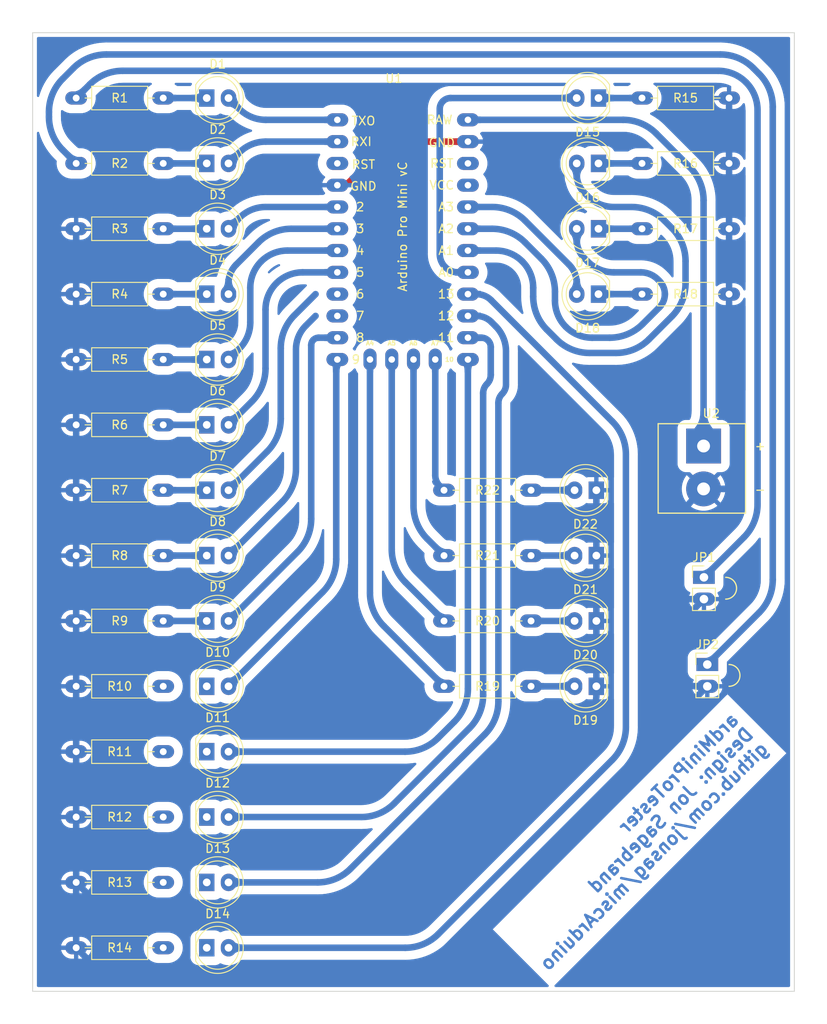
<source format=kicad_pcb>
(kicad_pcb (version 20211014) (generator pcbnew)
  (layers (0 "F.Cu" signal) (31 "B.Cu" signal) (34 "B.Paste" user) (35 "F.Paste" user) (36 "B.SilkS" user "B.Silkscreen") (37 "F.SilkS" user "F.Silkscreen") (38 "B.Mask" user) (39 "F.Mask" user) (44 "Edge.Cuts" user))
  (net 0 "")
  (net 1 "Net-(D1-Pad1)")
  (net 2 "Net-(D2-Pad1)")
  (net 3 "Net-(D3-Pad1)")
  (net 4 "D2")
  (net 5 "Net-(D4-Pad1)")
  (net 6 "D3")
  (net 7 "Net-(D5-Pad1)")
  (net 8 "D4")
  (net 9 "Net-(D6-Pad1)")
  (net 10 "D5")
  (net 11 "Net-(D7-Pad1)")
  (net 12 "D6")
  (net 13 "Net-(D8-Pad1)")
  (net 14 "D7")
  (net 15 "Net-(D9-Pad1)")
  (net 16 "D8")
  (net 17 "Net-(D10-Pad1)")
  (net 18 "D9")
  (net 19 "Net-(D11-Pad1)")
  (net 20 "D10")
  (net 21 "Net-(D12-Pad1)")
  (net 22 "D11")
  (net 23 "Net-(D13-Pad1)")
  (net 24 "D12")
  (net 25 "Net-(D14-Pad1)")
  (net 26 "D13")
  (net 27 "Net-(D15-Pad1)")
  (net 28 "A0")
  (net 29 "Net-(D16-Pad1)")
  (net 30 "A1")
  (net 31 "Net-(D17-Pad1)")
  (net 32 "A2")
  (net 33 "Net-(D18-Pad1)")
  (net 34 "A3")
  (net 35 "A4")
  (net 36 "A5")
  (net 37 "A6")
  (net 38 "A7")
  (net 39 "D0")
  (net 40 "D1")
  (net 41 "GND")
  (net 43 "VCC")
  (net 46 "Net-(R1-Pad2)")
  (net 47 "Net-(R2-Pad2)")
  (net 48 "Net-(R19-Pad2)")
  (net 49 "Net-(D20-Pad2)")
  (net 50 "Net-(D21-Pad2)")
  (net 51 "Net-(D22-Pad2)")
  (footprint "My_Misc:R_Axial_DIN0207_L6.3mm_D2.5mm_P10.16mm_Horizontal_larger_pads" (layer "F.Cu") (at 175.26 50.8)
    (fp_text reference "R16")
    (fp_text value "220R")
  )
  (footprint "My_Misc:LED_D5.0mm_large" (layer "F.Cu") (at 124.46 96.52)
    (fp_text reference "D8")
    (fp_text value "LED")
  )
  (footprint "My_Misc:LED_D5.0mm_large" (layer "F.Cu") (at 124.46 104.14)
    (fp_text reference "D9")
    (fp_text value "LED")
  )
  (footprint "My_Misc:LED_D5.0mm_large" (layer "F.Cu") (at 124.46 66.04)
    (fp_text reference "D4")
    (fp_text value "LED")
  )
  (footprint "My_Misc:R_Axial_DIN0207_L6.3mm_D2.5mm_P10.16mm_Horizontal_larger_pads" (layer "F.Cu") (at 152.151 104.14)
    (fp_text reference "R20")
    (fp_text value "220R")
  )
  (footprint "My_Misc:R_Axial_DIN0207_L6.3mm_D2.5mm_P10.16mm_Horizontal_larger_pads" (layer "F.Cu") (at 119.38 43.18 180)
    (fp_text reference "R1")
    (fp_text value "220R")
  )
  (footprint "My_Misc:R_Axial_DIN0207_L6.3mm_D2.5mm_P10.16mm_Horizontal_larger_pads" (layer "F.Cu") (at 175.26 43.18)
    (fp_text reference "R15")
    (fp_text value "220R")
  )
  (footprint "My_Parts:Jumper_1x02_P2.54mm_large" (layer "F.Cu") (at 182.485 99.055)
    (fp_text reference "JP1")
    (fp_text value "Tx")
  )
  (footprint "My_Misc:LED_D5.0mm_large" (layer "F.Cu") (at 169.931 96.52 180)
    (fp_text reference "D21")
    (fp_text value "LED")
  )
  (footprint "My_Misc:R_Axial_DIN0207_L6.3mm_D2.5mm_P10.16mm_Horizontal_larger_pads" (layer "F.Cu") (at 119.38 134.62 180)
    (fp_text reference "R13")
    (fp_text value "220R")
  )
  (footprint "My_Misc:R_Axial_DIN0207_L6.3mm_D2.5mm_P10.16mm_Horizontal_larger_pads" (layer "F.Cu") (at 119.38 66.04 180)
    (fp_text reference "R4")
    (fp_text value "220R")
  )
  (footprint "My_Misc:LED_D5.0mm_large" (layer "F.Cu") (at 124.46 88.9)
    (fp_text reference "D7")
    (fp_text value "LED")
  )
  (footprint "My_Misc:R_Axial_DIN0207_L6.3mm_D2.5mm_P10.16mm_Horizontal_larger_pads" (layer "F.Cu") (at 119.38 50.8 180)
    (fp_text reference "R2")
    (fp_text value "220R")
  )
  (footprint "My_Misc:R_Axial_DIN0207_L6.3mm_D2.5mm_P10.16mm_Horizontal_larger_pads" (layer "F.Cu") (at 119.38 142.24 180)
    (fp_text reference "R14")
    (fp_text value "220R")
  )
  (footprint "My_Misc:LED_D5.0mm_large" (layer "F.Cu") (at 124.46 127)
    (fp_text reference "D12")
    (fp_text value "LED")
  )
  (footprint "My_Misc:R_Axial_DIN0207_L6.3mm_D2.5mm_P10.16mm_Horizontal_larger_pads" (layer "F.Cu") (at 119.38 127 180)
    (fp_text reference "R12")
    (fp_text value "220R")
  )
  (footprint "My_Misc:R_Axial_DIN0207_L6.3mm_D2.5mm_P10.16mm_Horizontal_larger_pads" (layer "F.Cu") (at 119.38 111.76 180)
    (fp_text reference "R10")
    (fp_text value "220R")
  )
  (footprint "My_Misc:R_Axial_DIN0207_L6.3mm_D2.5mm_P10.16mm_Horizontal_larger_pads" (layer "F.Cu") (at 119.38 119.38 180)
    (fp_text reference "R11")
    (fp_text value "220R")
  )
  (footprint "My_Misc:R_Axial_DIN0207_L6.3mm_D2.5mm_P10.16mm_Horizontal_larger_pads" (layer "F.Cu") (at 119.38 104.14 180)
    (fp_text reference "R9")
    (fp_text value "220R")
  )
  (footprint "My_Misc:LED_D5.0mm_large" (layer "F.Cu") (at 124.46 43.18)
    (fp_text reference "D1")
    (fp_text value "LED")
  )
  (footprint "My_Misc:LED_D5.0mm_large" (layer "F.Cu") (at 170.18 50.8 180)
    (fp_text reference "D16")
    (fp_text value "LED")
  )
  (footprint "My_Misc:R_Axial_DIN0207_L6.3mm_D2.5mm_P10.16mm_Horizontal_larger_pads" (layer "F.Cu") (at 175.26 66.04)
    (fp_text reference "R18")
    (fp_text value "220R")
  )
  (footprint "My_Misc:LED_D5.0mm_large" (layer "F.Cu") (at 124.46 50.8)
    (fp_text reference "D2")
    (fp_text value "LED")
  )
  (footprint "My_Parts:Jumper_1x02_P2.54mm_large" (layer "F.Cu") (at 182.88 109.22)
    (fp_text reference "JP2")
    (fp_text value "Rx")
  )
  (footprint "My_Misc:R_Axial_DIN0207_L6.3mm_D2.5mm_P10.16mm_Horizontal_larger_pads" (layer "F.Cu") (at 119.38 58.42 180)
    (fp_text reference "R3")
    (fp_text value "220R")
  )
  (footprint "My_Misc:LED_D5.0mm_large" (layer "F.Cu") (at 124.46 134.62)
    (fp_text reference "D13")
    (fp_text value "LED")
  )
  (footprint "My_Misc:R_Axial_DIN0207_L6.3mm_D2.5mm_P10.16mm_Horizontal_larger_pads" (layer "F.Cu") (at 152.151 96.52)
    (fp_text reference "R21")
    (fp_text value "220R")
  )
  (footprint "My_Misc:LED_D5.0mm_large" (layer "F.Cu") (at 124.46 142.24)
    (fp_text reference "D14")
    (fp_text value "LED")
  )
  (footprint "My_Misc:LED_D5.0mm_large" (layer "F.Cu") (at 169.931 88.9 180)
    (fp_text reference "D22")
    (fp_text value "LED")
  )
  (footprint "My_Parts:2-pole_power_in_screw_terminal" (layer "F.Cu") (at 182.445 83.746)
    (fp_text reference "U2")
    (fp_text value "Power In")
  )
  (footprint "My_Misc:LED_D5.0mm_large" (layer "F.Cu") (at 170.18 58.42 180)
    (fp_text reference "D17")
    (fp_text value "LED")
  )
  (footprint "My_Misc:R_Axial_DIN0207_L6.3mm_D2.5mm_P10.16mm_Horizontal_larger_pads" (layer "F.Cu") (at 152.151 111.76)
    (fp_text reference "R19")
    (fp_text value "220R")
  )
  (footprint "My_Misc:LED_D5.0mm_large" (layer "F.Cu") (at 124.46 119.38)
    (fp_text reference "D11")
    (fp_text value "LED")
  )
  (footprint "My_Misc:LED_D5.0mm_large" (layer "F.Cu") (at 169.931 111.76 180)
    (fp_text reference "D19")
    (fp_text value "LED")
  )
  (footprint "My_Misc:R_Axial_DIN0207_L6.3mm_D2.5mm_P10.16mm_Horizontal_larger_pads" (layer "F.Cu") (at 119.38 96.52 180)
    (fp_text reference "R8")
    (fp_text value "220R")
  )
  (footprint "My_Misc:LED_D5.0mm_large" (layer "F.Cu") (at 170.18 43.18 180)
    (fp_text reference "D15")
    (fp_text value "LED")
  )
  (footprint "My_Misc:R_Axial_DIN0207_L6.3mm_D2.5mm_P10.16mm_Horizontal_larger_pads" (layer "F.Cu") (at 119.38 88.9 180)
    (fp_text reference "R7")
    (fp_text value "220R")
  )
  (footprint "My_Arduino:Arduino_Pro_Mini_vC_no-progr-large" (layer "F.Cu") (at 139.7 45.72)
    (fp_text reference "U1")
    (fp_text value "Arduino_Mini_Pro")
  )
  (footprint "My_Misc:LED_D5.0mm_large" (layer "F.Cu") (at 169.931 104.14 180)
    (fp_text reference "D20")
    (fp_text value "LED")
  )
  (footprint "My_Misc:LED_D5.0mm_large" (layer "F.Cu") (at 124.46 111.76)
    (fp_text reference "D10")
    (fp_text value "LED")
  )
  (footprint "My_Misc:LED_D5.0mm_large" (layer "F.Cu") (at 170.18 66.04 180)
    (fp_text reference "D18")
    (fp_text value "LED")
  )
  (footprint "My_Misc:R_Axial_DIN0207_L6.3mm_D2.5mm_P10.16mm_Horizontal_larger_pads" (layer "F.Cu") (at 175.26 58.42)
    (fp_text reference "R17")
    (fp_text value "220R")
  )
  (footprint "My_Misc:LED_D5.0mm_large" (layer "F.Cu") (at 124.46 58.42)
    (fp_text reference "D3")
    (fp_text value "LED")
  )
  (footprint "My_Misc:R_Axial_DIN0207_L6.3mm_D2.5mm_P10.16mm_Horizontal_larger_pads" (layer "F.Cu") (at 119.38 81.28 180)
    (fp_text reference "R6")
    (fp_text value "220R")
  )
  (footprint "My_Misc:LED_D5.0mm_large" (layer "F.Cu") (at 124.46 73.66)
    (fp_text reference "D5")
    (fp_text value "LED")
  )
  (footprint "My_Misc:R_Axial_DIN0207_L6.3mm_D2.5mm_P10.16mm_Horizontal_larger_pads" (layer "F.Cu") (at 119.38 73.66 180)
    (fp_text reference "R5")
    (fp_text value "220R")
  )
  (footprint "My_Misc:R_Axial_DIN0207_L6.3mm_D2.5mm_P10.16mm_Horizontal_larger_pads" (layer "F.Cu") (at 152.151 88.9)
    (fp_text reference "R22")
    (fp_text value "220R")
  )
  (footprint "My_Misc:LED_D5.0mm_large" (layer "F.Cu") (at 124.46 81.28)
    (fp_text reference "D6")
    (fp_text value "LED")
  )
  (gr_line (start 193.04 147.32) (end 104.14 147.32) (layer "Edge.Cuts") (width 0.1))
  (gr_line (start 104.14 147.32) (end 104.14 35.56) (layer "Edge.Cuts") (width 0.1))
  (gr_line (start 104.14 35.56) (end 193.04 35.56) (layer "Edge.Cuts") (width 0.1))
  (gr_line (start 193.04 35.56) (end 193.04 147.32) (layer "Edge.Cuts") (width 0.1))
  (gr_text "ardMiniProTester\nDesign: Jon Sagebrand\ngithub.com/jonsag/miscArduino" (at 187.96 116.84 45) (layer "B.Cu") (effects (font (size 1.5 1.5) (thickness 0.3)) (justify left mirror)))
  (segment (start 124.46 43.18) (end 119.38 43.18) (width 0.762) (layer "B.Cu") (net 1))
  (segment (start 124.46 50.8) (end 119.38 50.8) (width 0.762) (layer "B.Cu") (net 2))
  (segment (start 124.46 58.42) (end 119.38 58.42) (width 0.762) (layer "B.Cu") (net 3))
  (segment (start 128.27 57.15) (end 127 58.42) (width 0.762) (layer "B.Cu") (net 4))
  (segment (start 131.336051 55.88) (end 139.573 55.88) (width 0.762) (layer "B.Cu") (net 4))
  (arc (start 131.336051 55.88) (mid 129.676716 56.210062) (end 128.27 57.15) (width 0.762) (layer "B.Cu") (net 4))
  (segment (start 124.46 66.04) (end 119.38 66.04) (width 0.762) (layer "B.Cu") (net 5))
  (segment (start 134.333963 58.42) (end 139.573 58.42) (width 0.762) (layer "B.Cu") (net 6))
  (segment (start 127.898025 62.601974) (end 130.486207 60.013792) (width 0.762) (layer "B.Cu") (net 6))
  (segment (start 127 64.77) (end 127 66.04) (width 0.762) (layer "B.Cu") (net 6))
  (arc (start 127.898025 62.601974) (mid 127.233389 63.596672) (end 127 64.77) (width 0.762) (layer "B.Cu") (net 6))
  (arc (start 134.333963 58.42) (mid 132.251572 58.834213) (end 130.486207 60.013792) (width 0.762) (layer "B.Cu") (net 6))
  (segment (start 124.46 73.66) (end 119.38 73.66) (width 0.762) (layer "B.Cu") (net 7))
  (segment (start 129.54 65.296051) (end 129.54 69.323948) (width 0.762) (layer "B.Cu") (net 8))
  (segment (start 133.876051 60.96) (end 139.573 60.96) (width 0.762) (layer "B.Cu") (net 8))
  (segment (start 128.27 72.39) (end 127 73.66) (width 0.762) (layer "B.Cu") (net 8))
  (arc (start 129.54 69.323948) (mid 129.209937 70.983283) (end 128.27 72.39) (width 0.762) (layer "B.Cu") (net 8))
  (arc (start 130.81 62.23) (mid 129.870062 63.636716) (end 129.54 65.296051) (width 0.762) (layer "B.Cu") (net 8))
  (arc (start 133.876051 60.96) (mid 132.216716 61.290062) (end 130.81 62.23) (width 0.762) (layer "B.Cu") (net 8))
  (segment (start 124.46 81.28) (end 119.38 81.28) (width 0.762) (layer "B.Cu") (net 9))
  (segment (start 131.318 67.836051) (end 131.318 74.708036) (width 0.762) (layer "B.Cu") (net 10))
  (segment (start 129.724207 78.555792) (end 127 81.28) (width 0.762) (layer "B.Cu") (net 10))
  (segment (start 135.654051 63.5) (end 139.573 63.5) (width 0.762) (layer "B.Cu") (net 10))
  (arc (start 135.654051 63.5) (mid 133.994716 63.830062) (end 132.588 64.77) (width 0.762) (layer "B.Cu") (net 10))
  (arc (start 131.318 74.708036) (mid 130.903786 76.790426) (end 129.724207 78.555792) (width 0.762) (layer "B.Cu") (net 10))
  (arc (start 132.588 64.77) (mid 131.648062 66.176716) (end 131.318 67.836051) (width 0.762) (layer "B.Cu") (net 10))
  (segment (start 124.46 88.9) (end 119.38 88.9) (width 0.762) (layer "B.Cu") (net 11))
  (segment (start 131.502207 84.397792) (end 127 88.9) (width 0.762) (layer "B.Cu") (net 12))
  (segment (start 133.096 80.550036) (end 133.096 72.357963) (width 0.762) (layer "B.Cu") (net 12))
  (segment (start 134.689792 68.510207) (end 137.16 66.04) (width 0.762) (layer "B.Cu") (net 12))
  (arc (start 133.096 80.550036) (mid 132.681786 82.632426) (end 131.502207 84.397792) (width 0.762) (layer "B.Cu") (net 12))
  (arc (start 134.689792 68.510207) (mid 133.510213 70.275572) (end 133.096 72.357963) (width 0.762) (layer "B.Cu") (net 12))
  (segment (start 124.46 96.52) (end 119.38 96.52) (width 0.762) (layer "B.Cu") (net 13))
  (segment (start 136.017 69.723) (end 137.16 68.58) (width 0.762) (layer "B.Cu") (net 14))
  (segment (start 133.280207 90.239792) (end 127 96.52) (width 0.762) (layer "B.Cu") (net 14))
  (segment (start 134.874 72.482446) (end 134.874 86.392036) (width 0.762) (layer "B.Cu") (net 14))
  (arc (start 136.017 69.723) (mid 135.171056 70.989044) (end 134.874 72.482446) (width 0.762) (layer "B.Cu") (net 14))
  (arc (start 134.874 86.392036) (mid 134.459786 88.474426) (end 133.280207 90.239792) (width 0.762) (layer "B.Cu") (net 14))
  (segment (start 124.46 104.14) (end 119.38 104.14) (width 0.762) (layer "B.Cu") (net 15))
  (segment (start 135.058207 96.081792) (end 127 104.14) (width 0.762) (layer "B.Cu") (net 16))
  (segment (start 137.51921 71.12) (end 139.573 71.12) (width 0.762) (layer "B.Cu") (net 16))
  (segment (start 136.652 92.234036) (end 136.652 71.98721) (width 0.762) (layer "B.Cu") (net 16))
  (arc (start 136.906 71.374) (mid 136.718012 71.655343) (end 136.652 71.98721) (width 0.762) (layer "B.Cu") (net 16))
  (arc (start 136.652 92.234036) (mid 136.237786 94.316426) (end 135.058207 96.081792) (width 0.762) (layer "B.Cu") (net 16))
  (arc (start 137.51921 71.12) (mid 137.187343 71.186012) (end 136.906 71.374) (width 0.762) (layer "B.Cu") (net 16))
  (segment (start 139.573 96.933036) (end 139.573 73.66) (width 0.762) (layer "B.Cu") (net 18))
  (segment (start 137.979207 100.780792) (end 127 111.76) (width 0.762) (layer "B.Cu") (net 18))
  (arc (start 139.573 96.933036) (mid 139.158786 99.015426) (end 137.979207 100.780792) (width 0.762) (layer "B.Cu") (net 18))
  (segment (start 153.346206 115.893792) (end 151.453792 117.786207) (width 0.762) (layer "B.Cu") (net 20))
  (segment (start 154.94 112.046036) (end 154.94 73.66) (width 0.762) (layer "B.Cu") (net 20))
  (segment (start 147.606036 119.38) (end 127 119.38) (width 0.762) (layer "B.Cu") (net 20))
  (arc (start 151.453792 117.786207) (mid 149.688426 118.965786) (end 147.606036 119.38) (width 0.762) (layer "B.Cu") (net 20))
  (arc (start 154.94 112.046036) (mid 154.525786 114.128426) (end 153.346206 115.893792) (width 0.762) (layer "B.Cu") (net 20))
  (segment (start 142.500508 127) (end 127 127) (width 0.762) (layer "B.Cu") (net 22))
  (segment (start 156.718 112.782508) (end 156.718 77.590617) (width 0.762) (layer "B.Cu") (net 22))
  (segment (start 155.124207 116.630264) (end 146.348264 125.406207) (width 0.762) (layer "B.Cu") (net 22))
  (segment (start 157.607 72.204012) (end 157.607 75.444382) (width 0.762) (layer "B.Cu") (net 22))
  (segment (start 156.522987 71.12) (end 154.94 71.12) (width 0.762) (layer "B.Cu") (net 22))
  (arc (start 157.2895 71.4375) (mid 157.524484 71.789178) (end 157.607 72.204012) (width 0.762) (layer "B.Cu") (net 22))
  (arc (start 157.1625 76.5175) (mid 156.833521 77.00985) (end 156.718 77.590617) (width 0.762) (layer "B.Cu") (net 22))
  (arc (start 146.348264 125.406207) (mid 144.582898 126.585786) (end 142.500508 127) (width 0.762) (layer "B.Cu") (net 22))
  (arc (start 157.607 75.444382) (mid 157.491478 76.025149) (end 157.1625 76.5175) (width 0.762) (layer "B.Cu") (net 22))
  (arc (start 157.2895 71.4375) (mid 156.93782 71.202515) (end 156.522987 71.12) (width 0.762) (layer "B.Cu") (net 22))
  (arc (start 156.718 112.782508) (mid 156.303786 114.864898) (end 155.124207 116.630264) (width 0.762) (layer "B.Cu") (net 22))
  (segment (start 156.902207 117.366736) (end 141.242736 133.026207) (width 0.762) (layer "B.Cu") (net 24))
  (segment (start 158.496 113.51898) (end 158.496 78.733617) (width 0.762) (layer "B.Cu") (net 24))
  (segment (start 137.39498 134.62) (end 127 134.62) (width 0.762) (layer "B.Cu") (net 24))
  (segment (start 159.385 72.699248) (end 159.385 76.587382) (width 0.762) (layer "B.Cu") (net 24))
  (segment (start 158.1785 69.7865) (end 157.69042 69.29842) (width 0.762) (layer "B.Cu") (net 24))
  (segment (start 155.956 68.58) (end 154.94 68.58) (width 0.762) (layer "B.Cu") (net 24))
  (arc (start 158.9405 77.6605) (mid 158.611521 78.15285) (end 158.496 78.733617) (width 0.762) (layer "B.Cu") (net 24))
  (arc (start 157.69042 69.29842) (mid 156.894661 68.766711) (end 155.956 68.58) (width 0.762) (layer "B.Cu") (net 24))
  (arc (start 158.1785 69.7865) (mid 159.07144 71.12288) (end 159.385 72.699248) (width 0.762) (layer "B.Cu") (net 24))
  (arc (start 141.242736 133.026207) (mid 139.47737 134.205786) (end 137.39498 134.62) (width 0.762) (layer "B.Cu") (net 24))
  (arc (start 159.385 76.587382) (mid 159.269478 77.168149) (end 158.9405 77.6605) (width 0.762) (layer "B.Cu") (net 24))
  (arc (start 158.496 113.51898) (mid 158.081786 115.60137) (end 156.902207 117.366736) (width 0.762) (layer "B.Cu") (net 24))
  (segment (start 173.380528 116.491036) (end 173.380528 84.728019) (width 0.762) (layer "B.Cu") (net 26))
  (segment (start 155.943236 66.04) (end 154.94 66.04) (width 0.762) (layer "B.Cu") (net 26))
  (segment (start 147.631564 142.24) (end 127 142.24) (width 0.762) (layer "B.Cu") (net 26))
  (segment (start 157.655866 66.749394) (end 171.786735 80.880263) (width 0.762) (layer "B.Cu") (net 26))
  (segment (start 171.786735 120.338792) (end 151.47932 140.646207) (width 0.762) (layer "B.Cu") (net 26))
  (arc (start 151.47932 140.646207) (mid 149.713954 141.825786) (end 147.631564 142.24) (width 0.762) (layer "B.Cu") (net 26))
  (arc (start 173.380528 116.491036) (mid 172.966314 118.573426) (end 171.786735 120.338792) (width 0.762) (layer "B.Cu") (net 26))
  (arc (start 157.655866 66.749394) (mid 156.870104 66.224365) (end 155.943236 66.04) (width 0.762) (layer "B.Cu") (net 26))
  (arc (start 171.786735 80.880263) (mid 172.966314 82.645628) (end 173.380528 84.728019) (width 0.762) (layer "B.Cu") (net 26))
  (segment (start 170.18 43.18) (end 175.26 43.18) (width 0.762) (layer "B.Cu") (net 27))
  (segment (start 152.919158 43.18) (end 167.64 43.18) (width 0.762) (layer "B.Cu") (net 28))
  (segment (start 151.652487 61.356705) (end 151.652487 44.446671) (width 0.762) (layer "B.Cu") (net 28))
  (segment (start 153.795781 63.5) (end 154.94 63.5) (width 0.762) (layer "B.Cu") (net 28))
  (arc (start 152.919158 43.18) (mid 152.434424 43.276419) (end 152.023486 43.550999) (width 0.762) (layer "B.Cu") (net 28))
  (arc (start 152.280243 62.872243) (mid 152.975578 63.336851) (end 153.795781 63.5) (width 0.762) (layer "B.Cu") (net 28))
  (arc (start 152.023486 43.550999) (mid 151.748906 43.961937) (end 151.652487 44.446671) (width 0.762) (layer "B.Cu") (net 28))
  (arc (start 151.652487 61.356705) (mid 151.815635 62.176908) (end 152.280243 62.872243) (width 0.762) (layer "B.Cu") (net 28))
  (segment (start 175.26 50.8) (end 170.18 50.8) (width 0.762) (layer "B.Cu") (net 29))
  (segment (start 167.64 52.07) (end 167.64 50.8) (width 0.762) (layer "B.Cu") (net 30))
  (segment (start 168.91 54.61) (end 168.538025 54.238025) (width 0.762) (layer "B.Cu") (net 30))
  (segment (start 162.56 66.326036) (end 162.56 65.296051) (width 0.762) (layer "B.Cu") (net 30))
  (segment (start 174.027323 55.88) (end 171.976051 55.88) (width 0.762) (layer "B.Cu") (net 30))
  (segment (start 158.223948 60.96) (end 154.94 60.96) (width 0.762) (layer "B.Cu") (net 30))
  (segment (start 172.223795 72.898) (end 169.131963 72.898) (width 0.762) (layer "B.Cu") (net 30))
  (segment (start 177.875079 57.473792) (end 178.746207 58.34492) (width 0.762) (layer "B.Cu") (net 30))
  (segment (start 176.071551 71.304207) (end 178.746207 68.629551) (width 0.762) (layer "B.Cu") (net 30))
  (segment (start 180.34 62.192676) (end 180.34 64.781795) (width 0.762) (layer "B.Cu") (net 30))
  (segment (start 164.153792 70.173792) (end 165.284207 71.304207) (width 0.762) (layer "B.Cu") (net 30))
  (arc (start 165.284207 71.304207) (mid 167.049572 72.483786) (end 169.131963 72.898) (width 0.762) (layer "B.Cu") (net 30))
  (arc (start 161.29 62.23) (mid 162.229937 63.636716) (end 162.56 65.296051) (width 0.762) (layer "B.Cu") (net 30))
  (arc (start 180.34 64.781795) (mid 179.925786 66.864185) (end 178.746207 68.629551) (width 0.762) (layer "B.Cu") (net 30))
  (arc (start 178.746207 58.34492) (mid 179.925786 60.110285) (end 180.34 62.192676) (width 0.762) (layer "B.Cu") (net 30))
  (arc (start 167.64 52.07) (mid 167.873389 53.243326) (end 168.538025 54.238025) (width 0.762) (layer "B.Cu") (net 30))
  (arc (start 162.56 66.326036) (mid 162.974213 68.408426) (end 164.153792 70.173792) (width 0.762) (layer "B.Cu") (net 30))
  (arc (start 177.875079 57.473792) (mid 176.109713 56.294213) (end 174.027323 55.88) (width 0.762) (layer "B.Cu") (net 30))
  (arc (start 161.29 62.23) (mid 159.883283 61.290062) (end 158.223948 60.96) (width 0.762) (layer "B.Cu") (net 30))
  (arc (start 176.071551 71.304207) (mid 174.306185 72.483786) (end 172.223795 72.898) (width 0.762) (layer "B.Cu") (net 30))
  (arc (start 168.91 54.61) (mid 170.316716 55.549937) (end 171.976051 55.88) (width 0.762) (layer "B.Cu") (net 30))
  (segment (start 175.26 58.42) (end 170.18 58.42) (width 0.762) (layer "B.Cu") (net 31))
  (segment (start 157.766036 58.42) (end 154.94 58.42) (width 0.762) (layer "B.Cu") (net 32))
  (segment (start 163.506207 61.906207) (end 161.613792 60.013792) (width 0.762) (layer "B.Cu") (net 32))
  (segment (start 177.104143 64.322856) (end 177.294643 64.513356) (width 0.762) (layer "B.Cu") (net 32))
  (segment (start 167.64 59.69) (end 167.64 58.42) (width 0.762) (layer "B.Cu") (net 32))
  (segment (start 165.1 66.783948) (end 165.1 65.753963) (width 0.762) (layer "B.Cu") (net 32))
  (segment (start 175.117592 63.5) (end 171.976051 63.5) (width 0.762) (layer "B.Cu") (net 32))
  (segment (start 168.91 62.23) (end 168.538025 61.858025) (width 0.762) (layer "B.Cu") (net 32))
  (segment (start 175.335079 69.526206) (end 177.294643 67.566643) (width 0.762) (layer "B.Cu") (net 32))
  (segment (start 171.487323 71.12) (end 169.436051 71.12) (width 0.762) (layer "B.Cu") (net 32))
  (arc (start 167.64 59.69) (mid 167.873389 60.863326) (end 168.538025 61.858025) (width 0.762) (layer "B.Cu") (net 32))
  (arc (start 177.104143 64.322856) (mid 176.192705 63.713853) (end 175.117592 63.5) (width 0.762) (layer "B.Cu") (net 32))
  (arc (start 166.37 69.85) (mid 167.776716 70.789937) (end 169.436051 71.12) (width 0.762) (layer "B.Cu") (net 32))
  (arc (start 168.91 62.23) (mid 170.316716 63.169937) (end 171.976051 63.5) (width 0.762) (layer "B.Cu") (net 32))
  (arc (start 177.927 66.04) (mid 177.762655 66.866213) (end 177.294643 67.566643) (width 0.762) (layer "B.Cu") (net 32))
  (arc (start 165.1 66.783948) (mid 165.430062 68.443283) (end 166.37 69.85) (width 0.762) (layer "B.Cu") (net 32))
  (arc (start 177.294643 64.513356) (mid 177.762655 65.213786) (end 177.927 66.04) (width 0.762) (layer "B.Cu") (net 32))
  (arc (start 163.506207 61.906207) (mid 164.685786 63.671572) (end 165.1 65.753963) (width 0.762) (layer "B.Cu") (net 32))
  (arc (start 175.335079 69.526206) (mid 173.569713 70.705786) (end 171.487323 71.12) (width 0.762) (layer "B.Cu") (net 32))
  (arc (start 161.613792 60.013792) (mid 159.848426 58.834213) (end 157.766036 58.42) (width 0.762) (layer "B.Cu") (net 32))
  (segment (start 175.26 66.04) (end 170.18 66.04) (width 0.762) (layer "B.Cu") (net 33))
  (segment (start 157.766036 55.88) (end 154.813 55.88) (width 0.762) (layer "B.Cu") (net 34))
  (segment (start 161.613792 57.473792) (end 166.741974 62.601974) (width 0.762) (layer "B.Cu") (net 34))
  (segment (start 167.64 64.77) (end 167.64 66.04) (width 0.762) (layer "B.Cu") (net 34))
  (arc (start 161.613792 57.473792) (mid 159.848426 56.294213) (end 157.766036 55.88) (width 0.762) (layer "B.Cu") (net 34))
  (arc (start 166.741974 62.601974) (mid 167.40661 63.596672) (end 167.64 64.77) (width 0.762) (layer "B.Cu") (net 34))
  (segment (start 143.51 100.865036) (end 143.51 73.66) (width 0.762) (layer "B.Cu") (net 35))
  (segment (start 145.103792 104.712792) (end 152.151 111.76) (width 0.762) (layer "B.Cu") (net 35))
  (arc (start 143.51 100.865036) (mid 143.924213 102.947426) (end 145.103792 104.712792) (width 0.762) (layer "B.Cu") (net 35))
  (segment (start 146.05 95.785036) (end 146.05 73.66) (width 0.762) (layer "B.Cu") (net 36))
  (segment (start 147.643792 99.632792) (end 152.151 104.14) (width 0.762) (layer "B.Cu") (net 36))
  (arc (start 146.05 95.785036) (mid 146.464213 97.867426) (end 147.643792 99.632792) (width 0.762) (layer "B.Cu") (net 36))
  (segment (start 148.59 90.705036) (end 148.59 73.66) (width 0.762) (layer "B.Cu") (net 37))
  (segment (start 150.183792 94.552792) (end 152.151 96.52) (width 0.762) (layer "B.Cu") (net 37))
  (arc (start 148.59 90.705036) (mid 149.004213 92.787426) (end 150.183792 94.552792) (width 0.762) (layer "B.Cu") (net 37))
  (segment (start 151.13 87.157043) (end 151.13 73.66) (width 0.762) (layer "B.Cu") (net 38))
  (segment (start 151.6405 88.3895) (end 152.151 88.9) (width 0.762) (layer "B.Cu") (net 38))
  (arc (start 151.13 87.157043) (mid 151.262674 87.824044) (end 151.6405 88.3895) (width 0.762) (layer "B.Cu") (net 38))
  (segment (start 128.27 44.45) (end 127 43.18) (width 0.762) (layer "B.Cu") (net 39))
  (segment (start 131.336051 45.72) (end 139.573 45.72) (width 0.762) (layer "B.Cu") (net 39))
  (arc (start 128.27 44.45) (mid 129.676716 45.389937) (end 131.336051 45.72) (width 0.762) (layer "B.Cu") (net 39))
  (segment (start 128.27 49.53) (end 127 50.8) (width 0.762) (layer "B.Cu") (net 40))
  (segment (start 131.336051 48.26) (end 139.573 48.26) (width 0.762) (layer "B.Cu") (net 40))
  (arc (start 131.336051 48.26) (mid 129.676716 48.590062) (end 128.27 49.53) (width 0.762) (layer "B.Cu") (net 40))
  (segment (start 141.082366 52.97892) (end 144.207494 49.853792) (width 0.762) (layer "F.Cu") (net 41))
  (segment (start 140.210643 53.34) (end 139.7 53.34) (width 0.762) (layer "F.Cu") (net 41))
  (segment (start 148.05525 48.26) (end 154.94 48.26) (width 0.762) (layer "F.Cu") (net 41))
  (arc (start 148.05525 48.26) (mid 145.972859 48.674213) (end 144.207494 49.853792) (width 0.762) (layer "F.Cu") (net 41))
  (arc (start 141.082366 52.97892) (mid 140.682416 53.246158) (end 140.210643 53.34) (width 0.762) (layer "F.Cu") (net 41))
  (segment (start 185.42 66.04) (end 185.42 77.020987) (width 0.762) (layer "B.Cu") (net 41))
  (segment (start 179.705 100.751689) (end 179.705 93.423472) (width 0.762) (layer "B.Cu") (net 41))
  (segment (start 169.931 111.76) (end 169.931 104.14) (width 0.762) (layer "B.Cu") (net 41))
  (segment (start 109.22 127) (end 109.22 119.38) (width 0.762) (layer "B.Cu") (net 41))
  (segment (start 185.42 50.8) (end 185.42 43.18) (width 0.762) (layer "B.Cu") (net 41))
  (segment (start 109.22 119.38) (end 109.22 111.76) (width 0.762) (layer "B.Cu") (net 41))
  (segment (start 109.22 81.28) (end 109.22 73.66) (width 0.762) (layer "B.Cu") (net 41))
  (segment (start 169.931 111.76) (end 169.931 112.837) (width 0.762) (layer "B.Cu") (net 41))
  (segment (start 185.42 66.04) (end 185.42 58.42) (width 0.762) (layer "B.Cu") (net 41))
  (segment (start 109.22 111.76) (end 109.22 104.14) (width 0.762) (layer "B.Cu") (net 41))
  (segment (start 169.931 96.52) (end 169.931 88.9) (width 0.762) (layer "B.Cu") (net 41))
  (segment (start 183.88184 88.746) (end 184.798024 88.746) (width 0.762) (layer "B.Cu") (net 41))
  (segment (start 151.453792 143.186207) (end 182.88 111.76) (width 0.762) (layer "B.Cu") (net 41))
  (segment (start 182.485 101.595) (end 180.663792 103.416207) (width 0.762) (layer "B.Cu") (net 41))
  (segment (start 147.008792 136.836207) (end 169.169445 114.675554) (width 0.762) (layer "B.Cu") (net 41))
  (segment (start 179.07 109.158369) (end 179.07 107.263963) (width 0.762) (layer "B.Cu") (net 41))
  (segment (start 115.283963 138.43) (end 143.161036 138.43) (width 0.762) (layer "B.Cu") (net 41))
  (segment (start 180.54831 101.595) (end 182.485 101.595) (width 0.762) (layer "B.Cu") (net 41))
  (segment (start 181.429 89.761999) (end 181.075 90.116) (width 0.762) (layer "B.Cu") (net 41))
  (segment (start 169.931 104.14) (end 169.931 96.52) (width 0.762) (layer "B.Cu") (net 41))
  (segment (start 109.22 73.66) (end 109.22 66.04) (width 0.762) (layer "B.Cu") (net 41))
  (segment (start 109.22 127) (end 109.22 134.62) (width 0.762) (layer "B.Cu") (net 41))
  (segment (start 147.606036 144.78) (end 113.556051 144.78) (width 0.762) (layer "B.Cu") (net 41))
  (segment (start 111.436207 136.836207) (end 109.22 134.62) (width 0.762) (layer "B.Cu") (net 41))
  (segment (start 110.49 143.51) (end 109.22 142.24) (width 0.762) (layer "B.Cu") (net 41))
  (segment (start 109.22 96.52) (end 109.22 88.9) (width 0.762) (layer "B.Cu") (net 41))
  (segment (start 109.22 104.14) (end 109.22 96.52) (width 0.762) (layer "B.Cu") (net 41))
  (segment (start 109.22 142.24) (end 109.22 134.62) (width 0.762) (layer "B.Cu") (net 41))
  (segment (start 109.22 66.04) (end 109.22 58.42) (width 0.762) (layer "B.Cu") (net 41))
  (segment (start 181.67163 111.76) (end 182.88 111.76) (width 0.762) (layer "B.Cu") (net 41))
  (segment (start 109.22 88.9) (end 109.22 81.28) (width 0.762) (layer "B.Cu") (net 41))
  (segment (start 186.055 87.489024) (end 186.055 78.554012) (width 0.762) (layer "B.Cu") (net 41))
  (segment (start 185.42 58.42) (end 185.42 50.8) (width 0.762) (layer "B.Cu") (net 41))
  (arc (start 181.075 90.116) (mid 180.061051 91.633481) (end 179.705 93.423472) (width 0.762) (layer "B.Cu") (net 41))
  (arc (start 186.055 87.489024) (mid 185.959318 87.970048) (end 185.68684 88.37784) (width 0.762) (layer "B.Cu") (net 41))
  (arc (start 185.7375 77.7875) (mid 185.972484 78.139178) (end 186.055 78.554012) (width 0.762) (layer "B.Cu") (net 41))
  (arc (start 147.008792 136.836207) (mid 145.243426 138.015786) (end 143.161036 138.43) (width 0.762) (layer "B.Cu") (net 41))
  (arc (start 180.663792 103.416207) (mid 179.484213 105.181572) (end 179.07 107.263963) (width 0.762) (layer "B.Cu") (net 41))
  (arc (start 110.49 143.51) (mid 111.896716 144.449937) (end 113.556051 144.78) (width 0.762) (layer "B.Cu") (net 41))
  (arc (start 169.931 112.837) (mid 169.733078 113.832018) (end 169.169445 114.675554) (width 0.762) (layer "B.Cu") (net 41))
  (arc (start 183.88184 88.746) (mid 182.554372 89.010049) (end 181.429 89.761999) (width 0.762) (layer "B.Cu") (net 41))
  (arc (start 179.705 100.751689) (mid 179.769193 101.07441) (end 179.952 101.348) (width 0.762) (layer "B.Cu") (net 41))
  (arc (start 179.07 109.158369) (mid 179.268037 110.15397) (end 179.832 110.998) (width 0.762) (layer "B.Cu") (net 41))
  (arc (start 179.952 101.348) (mid 180.225589 101.530806) (end 180.54831 101.595) (width 0.762) (layer "B.Cu") (net 41))
  (arc (start 111.436207 136.836207) (mid 113.201572 138.015786) (end 115.283963 138.43) (width 0.762) (layer "B.Cu") (net 41))
  (arc (start 151.453792 143.186207) (mid 149.688426 144.365786) (end 147.606036 144.78) (width 0.762) (layer "B.Cu") (net 41))
  (arc (start 185.68684 88.37784) (mid 185.279048 88.650318) (end 184.798024 88.746) (width 0.762) (layer "B.Cu") (net 41))
  (arc (start 185.42 77.020987) (mid 185.502515 77.43582) (end 185.7375 77.7875) (width 0.762) (layer "B.Cu") (net 41))
  (arc (start 179.832 110.998) (mid 180.676029 111.561962) (end 181.67163 111.76) (width 0.762) (layer "B.Cu") (net 41))
  (segment (start 182.445 55.099709) (end 182.445 83.746) (width 0.762) (layer "B.Cu") (net 43))
  (segment (start 173.06529 45.72) (end 154.94 45.72) (width 0.762) (layer "B.Cu") (net 43))
  (segment (start 176.913046 47.313792) (end 180.851207 51.251953) (width 0.762) (layer "B.Cu") (net 43))
  (arc (start 180.851207 51.251953) (mid 182.030786 53.017318) (end 182.445 55.099709) (width 0.762) (layer "B.Cu") (net 43))
  (arc (start 176.913046 47.313792) (mid 175.14768 46.134213) (end 173.06529 45.72) (width 0.762) (layer "B.Cu") (net 43))
  (segment (start 110.8075 41.5925) (end 109.22 43.18) (width 0.762) (layer "B.Cu") (net 46))
  (segment (start 187.14846 94.391539) (end 182.485 99.055) (width 0.762) (layer "B.Cu") (net 46))
  (segment (start 188.742253 90.543783) (end 188.742253 44.592427) (width 0.762) (layer "B.Cu") (net 46))
  (segment (start 114.640064 40.005) (end 184.154825 40.005) (width 0.762) (layer "B.Cu") (net 46))
  (arc (start 187.398626 41.348626) (mid 188.393055 42.836894) (end 188.742253 44.592427) (width 0.762) (layer "B.Cu") (net 46))
  (arc (start 187.398626 41.348626) (mid 185.910357 40.354197) (end 184.154825 40.005) (width 0.762) (layer "B.Cu") (net 46))
  (arc (start 188.742253 90.543783) (mid 188.328039 92.626173) (end 187.14846 94.391539) (width 0.762) (layer "B.Cu") (net 46))
  (arc (start 114.640064 40.005) (mid 112.565895 40.417577) (end 110.8075 41.5925) (width 0.762) (layer "B.Cu") (net 46))
  (segment (start 188.92646 103.173539) (end 182.88 109.22) (width 0.762) (layer "B.Cu") (net 47))
  (segment (start 112.743963 38.1) (end 184.410508 38.1) (width 0.762) (layer "B.Cu") (net 47))
  (segment (start 188.258264 39.693792) (end 188.92646 40.361988) (width 0.762) (layer "B.Cu") (net 47))
  (segment (start 107.638792 40.951206) (end 108.896207 39.693792) (width 0.762) (layer "B.Cu") (net 47))
  (segment (start 107.6325 49.2125) (end 109.22 50.8) (width 0.762) (layer "B.Cu") (net 47))
  (segment (start 106.045 45.379935) (end 106.045 44.798963) (width 0.762) (layer "B.Cu") (net 47))
  (segment (start 190.520253 99.325783) (end 190.520253 44.209744) (width 0.762) (layer "B.Cu") (net 47))
  (arc (start 112.743963 38.1) (mid 110.661572 38.514213) (end 108.896207 39.693792) (width 0.762) (layer "B.Cu") (net 47))
  (arc (start 188.92646 40.361988) (mid 190.106039 42.127353) (end 190.520253 44.209744) (width 0.762) (layer "B.Cu") (net 47))
  (arc (start 188.258264 39.693792) (mid 186.492898 38.514213) (end 184.410508 38.1) (width 0.762) (layer "B.Cu") (net 47))
  (arc (start 190.520253 99.325783) (mid 190.106039 101.408173) (end 188.92646 103.173539) (width 0.762) (layer "B.Cu") (net 47))
  (arc (start 107.638792 40.951206) (mid 106.459213 42.716572) (end 106.045 44.798963) (width 0.762) (layer "B.Cu") (net 47))
  (arc (start 106.045 45.379935) (mid 106.457577 47.454104) (end 107.6325 49.2125) (width 0.762) (layer "B.Cu") (net 47))
  (segment (start 162.311 111.76) (end 167.391 111.76) (width 0.762) (layer "B.Cu") (net 48))
  (segment (start 162.311 104.14) (end 167.391 104.14) (width 0.762) (layer "B.Cu") (net 49))
  (segment (start 162.311 96.52) (end 167.391 96.52) (width 0.762) (layer "B.Cu") (net 50))
  (segment (start 167.391 88.9) (end 162.311 88.9) (width 0.762) (layer "B.Cu") (net 51))
  (zone (net 41) (net_name "GND") (layer "F.Cu") (priority 16962) (connect_pads yes (clearance 0)) (min_thickness 0.0254) (fill yes (thermal_gap 0.508) (thermal_bridge_width 0.508))
    (polygon (pts (xy 153.418 48.641) (xy 153.588612 48.643752) (xy 153.735123 48.65214) (xy 153.86227 48.666361) (xy 153.974787 48.686612) (xy 154.07741 48.713091) (xy 154.174874 48.745994) (xy 154.271915 48.78552) (xy 154.373268 48.831864) (xy 154.483668 48.885225) (xy 154.607852 48.9458) (xy 155.321 48.26) (xy 154.607852 47.5742) (xy 154.483668 47.634774) (xy 154.373268 47.688135) (xy 154.271915 47.734479) (xy 154.174874 47.774005) (xy 154.07741 47.806908) (xy 153.974787 47.833387) (xy 153.86227 47.853638) (xy 153.735123 47.867859) (xy 153.588612 47.876247) (xy 153.418 47.879)))
  )
  (zone (net 41) (net_name "GND") (layer "F.Cu") (priority 16962) (connect_pads yes (clearance 0)) (min_thickness 0.0254) (fill yes (thermal_gap 0.508) (thermal_bridge_width 0.508))
    (polygon (pts (xy 140.813007 52.709464) (xy 140.731497 52.778855) (xy 140.652573 52.823097) (xy 140.57555 52.845376) (xy 140.499743 52.848882) (xy 140.424469 52.836802) (xy 140.349044 52.812324) (xy 140.272784 52.778636) (xy 140.195003 52.738928) (xy 140.115019 52.696386) (xy 140.032148 52.6542) (xy 139.319 53.34) (xy 140.238815 53.878815) (xy 140.345688 53.78545) (xy 140.450086 53.71772) (xy 140.553305 53.668538) (xy 140.656644 53.630816) (xy 140.761398 53.597467) (xy 140.868867 53.561405) (xy 140.980346 53.515542) (xy 141.097133 53.452791) (xy 141.220526 53.366066) (xy 141.351823 53.24828)))
  )
  (zone (net 26) (net_name "D13") (layer "B.Cu") (priority 16962) (connect_pads yes (clearance 0)) (min_thickness 0.0254) (fill yes (thermal_gap 0.508) (thermal_bridge_width 0.508))
    (polygon (pts (xy 128.79 141.859) (xy 128.587908 141.854099) (xy 128.416132 141.839669) (xy 128.268498 141.816116) (xy 128.138829 141.783848) (xy 128.020952 141.743271) (xy 127.90869 141.694792) (xy 127.795869 141.638819) (xy 127.676314 141.575757) (xy 127.543849 141.506015) (xy 127.3923 141.43) (xy 126.55 142.24) (xy 127.3923 143.05) (xy 127.543849 142.973984) (xy 127.676314 142.904242) (xy 127.795869 142.84118) (xy 127.90869 142.785207) (xy 128.020952 142.736728) (xy 128.138829 142.696151) (xy 128.268498 142.663883) (xy 128.416132 142.64033) (xy 128.587908 142.6259) (xy 128.79 142.621)))
  )
  (zone (net 48) (net_name "Net-(R19-Pad2)") (layer "B.Cu") (priority 16962) (connect_pads yes (clearance 0)) (min_thickness 0.0254) (fill yes (thermal_gap 0.508) (thermal_bridge_width 0.508))
    (polygon (pts (xy 163.833 111.379) (xy 163.662387 111.376247) (xy 163.515876 111.367859) (xy 163.388729 111.353638) (xy 163.276212 111.333387) (xy 163.173589 111.306908) (xy 163.076125 111.274005) (xy 162.979084 111.234479) (xy 162.877731 111.188135) (xy 162.767331 111.134774) (xy 162.643148 111.0742) (xy 161.93 111.76) (xy 162.643148 112.4458) (xy 162.767331 112.385225) (xy 162.877731 112.331864) (xy 162.979084 112.28552) (xy 163.076125 112.245994) (xy 163.173589 112.213091) (xy 163.276212 112.186612) (xy 163.388729 112.166361) (xy 163.515876 112.15214) (xy 163.662387 112.143752) (xy 163.833 112.141)))
  )
  (zone (net 27) (net_name "Net-(D15-Pad1)") (layer "B.Cu") (priority 16962) (connect_pads yes (clearance 0)) (min_thickness 0.0254) (fill yes (thermal_gap 0.508) (thermal_bridge_width 0.508))
    (polygon (pts (xy 171.97 42.799) (xy 171.767908 42.794099) (xy 171.596132 42.779669) (xy 171.448498 42.756116) (xy 171.318829 42.723848) (xy 171.200952 42.683271) (xy 171.08869 42.634792) (xy 170.975869 42.578819) (xy 170.856314 42.515757) (xy 170.723849 42.446015) (xy 170.5723 42.37) (xy 169.73 43.18) (xy 170.5723 43.99) (xy 170.723849 43.913984) (xy 170.856314 43.844242) (xy 170.975869 43.78118) (xy 171.08869 43.725207) (xy 171.200952 43.676728) (xy 171.318829 43.636151) (xy 171.448498 43.603883) (xy 171.596132 43.58033) (xy 171.767908 43.5659) (xy 171.97 43.561)))
  )
  (zone (net 47) (net_name "Net-(R2-Pad2)") (layer "B.Cu") (priority 16962) (connect_pads yes (clearance 0)) (min_thickness 0.0254) (fill yes (thermal_gap 0.508) (thermal_bridge_width 0.508))
    (polygon (pts (xy 183.686808 107.874376) (xy 183.564221 107.99307) (xy 183.45469 108.090738) (xy 183.354728 108.170589) (xy 183.260847 108.235831) (xy 183.169559 108.289673) (xy 183.077375 108.335324) (xy 182.980808 108.375994) (xy 182.87637 108.41489) (xy 182.760574 108.455223) (xy 182.629931 108.500202) (xy 182.610593 109.489407) (xy 183.599798 109.470069) (xy 183.644776 109.339425) (xy 183.685109 109.223629) (xy 183.724005 109.119191) (xy 183.764675 109.022624) (xy 183.810326 108.93044) (xy 183.864168 108.839152) (xy 183.92941 108.745271) (xy 184.009261 108.645309) (xy 184.106929 108.535778) (xy 184.225624 108.413192)))
  )
  (zone (net 37) (net_name "A6") (layer "B.Cu") (priority 16962) (connect_pads yes (clearance 0)) (min_thickness 0.0254) (fill yes (thermal_gap 0.508) (thermal_bridge_width 0.508))
    (polygon (pts (xy 148.971 75.182) (xy 148.973752 75.011387) (xy 148.98214 74.864876) (xy 148.996361 74.737729) (xy 149.016612 74.625212) (xy 149.043091 74.522589) (xy 149.075994 74.425125) (xy 149.11552 74.328084) (xy 149.161864 74.226731) (xy 149.215225 74.116331) (xy 149.2758 73.992148) (xy 148.59 73.279) (xy 147.9042 73.992148) (xy 147.964774 74.116331) (xy 148.018135 74.226731) (xy 148.064479 74.328084) (xy 148.104005 74.425125) (xy 148.136908 74.522589) (xy 148.163387 74.625212) (xy 148.183638 74.737729) (xy 148.197859 74.864876) (xy 148.206247 75.011387) (xy 148.209 75.182)))
  )
  (zone (net 31) (net_name "Net-(D17-Pad1)") (layer "B.Cu") (priority 16962) (connect_pads yes (clearance 0)) (min_thickness 0.0254) (fill yes (thermal_gap 0.508) (thermal_bridge_width 0.508))
    (polygon (pts (xy 173.738 58.801) (xy 173.908612 58.803752) (xy 174.055123 58.81214) (xy 174.18227 58.826361) (xy 174.294787 58.846612) (xy 174.39741 58.873091) (xy 174.494874 58.905994) (xy 174.591915 58.94552) (xy 174.693268 58.991864) (xy 174.803668 59.045225) (xy 174.927852 59.1058) (xy 175.641 58.42) (xy 174.927852 57.7342) (xy 174.803668 57.794774) (xy 174.693268 57.848135) (xy 174.591915 57.894479) (xy 174.494874 57.934005) (xy 174.39741 57.966908) (xy 174.294787 57.993387) (xy 174.18227 58.013638) (xy 174.055123 58.027859) (xy 173.908612 58.036247) (xy 173.738 58.039)))
  )
  (zone (net 2) (net_name "Net-(D2-Pad1)") (layer "B.Cu") (priority 16962) (connect_pads yes (clearance 0)) (min_thickness 0.0254) (fill yes (thermal_gap 0.508) (thermal_bridge_width 0.508))
    (polygon (pts (xy 122.67 51.181) (xy 122.872091 51.1859) (xy 123.043867 51.20033) (xy 123.191501 51.223883) (xy 123.32117 51.256151) (xy 123.439047 51.296728) (xy 123.551309 51.345207) (xy 123.66413 51.40118) (xy 123.783685 51.464242) (xy 123.91615 51.533984) (xy 124.0677 51.61) (xy 124.91 50.8) (xy 124.0677 49.99) (xy 123.91615 50.066015) (xy 123.783685 50.135757) (xy 123.66413 50.198819) (xy 123.551309 50.254792) (xy 123.439047 50.303271) (xy 123.32117 50.343848) (xy 123.191501 50.376116) (xy 123.043867 50.399669) (xy 122.872091 50.414099) (xy 122.67 50.419)))
  )
  (zone (net 6) (net_name "D3") (layer "B.Cu") (priority 16962) (connect_pads yes (clearance 0)) (min_thickness 0.0254) (fill yes (thermal_gap 0.508) (thermal_bridge_width 0.508))
    (polygon (pts (xy 138.171 58.801) (xy 138.342566 58.80372) (xy 138.489919 58.812026) (xy 138.617816 58.826137) (xy 138.731013 58.846271) (xy 138.834266 58.872647) (xy 138.932332 58.905483) (xy 139.029967 58.944998) (xy 139.131928 58.99141) (xy 139.24297 59.044938) (xy 139.367852 59.1058) (xy 140.081 58.42) (xy 139.367852 57.7342) (xy 139.24297 57.795061) (xy 139.131928 57.848589) (xy 139.029967 57.895001) (xy 138.932332 57.934516) (xy 138.834266 57.967352) (xy 138.731013 57.993728) (xy 138.617816 58.013862) (xy 138.489919 58.027973) (xy 138.342566 58.036279) (xy 138.171 58.039)))
  )
  (zone (net 43) (net_name "VCC") (layer "B.Cu") (priority 16962) (connect_pads yes (clearance 0)) (min_thickness 0.0254) (fill yes (thermal_gap 0.508) (thermal_bridge_width 0.508))
    (polygon (pts (xy 156.462 45.339) (xy 156.291387 45.336247) (xy 156.144876 45.327859) (xy 156.017729 45.313638) (xy 155.905212 45.293387) (xy 155.802589 45.266908) (xy 155.705125 45.234005) (xy 155.608084 45.194479) (xy 155.506731 45.148135) (xy 155.396331 45.094774) (xy 155.272148 45.0342) (xy 154.559 45.72) (xy 155.272148 46.4058) (xy 155.396331 46.345225) (xy 155.506731 46.291864) (xy 155.608084 46.24552) (xy 155.705125 46.205994) (xy 155.802589 46.173091) (xy 155.905212 46.146612) (xy 156.017729 46.126361) (xy 156.144876 46.11214) (xy 156.291387 46.103752) (xy 156.462 46.101)))
  )
  (zone (net 9) (net_name "Net-(D6-Pad1)") (layer "B.Cu") (priority 16962) (connect_pads yes (clearance 0)) (min_thickness 0.0254) (fill yes (thermal_gap 0.508) (thermal_bridge_width 0.508))
    (polygon (pts (xy 122.67 81.661) (xy 122.872091 81.6659) (xy 123.043867 81.68033) (xy 123.191501 81.703883) (xy 123.32117 81.736151) (xy 123.439047 81.776728) (xy 123.551309 81.825207) (xy 123.66413 81.88118) (xy 123.783685 81.944242) (xy 123.91615 82.013984) (xy 124.0677 82.09) (xy 124.91 81.28) (xy 124.0677 80.47) (xy 123.91615 80.546015) (xy 123.783685 80.615757) (xy 123.66413 80.678819) (xy 123.551309 80.734792) (xy 123.439047 80.783271) (xy 123.32117 80.823848) (xy 123.191501 80.856116) (xy 123.043867 80.879669) (xy 122.872091 80.894099) (xy 122.67 80.899)))
  )
  (zone (net 43) (net_name "VCC") (layer "B.Cu") (priority 16962) (connect_pads yes (clearance 0)) (min_thickness 0.0254) (fill yes (thermal_gap 0.508) (thermal_bridge_width 0.508))
    (polygon (pts (xy 182.064 79.684) (xy 182.041474 80.159861) (xy 181.977474 80.552304) (xy 181.877364 80.879426) (xy 181.746511 81.159321) (xy 181.590278 81.410084) (xy 181.41403 81.649812) (xy 181.223134 81.896599) (xy 181.022953 82.168541) (xy 180.818853 82.483734) (xy 180.6162 82.860272) (xy 182.445 84.762) (xy 184.2738 82.860272) (xy 184.071146 82.483734) (xy 183.867046 82.168541) (xy 183.666865 81.896599) (xy 183.475969 81.649812) (xy 183.299721 81.410084) (xy 183.143488 81.159321) (xy 183.012635 80.879426) (xy 182.912525 80.552304) (xy 182.848525 80.159861) (xy 182.826 79.684)))
  )
  (zone (net 20) (net_name "D10") (layer "B.Cu") (priority 16962) (connect_pads yes (clearance 0)) (min_thickness 0.0254) (fill yes (thermal_gap 0.508) (thermal_bridge_width 0.508))
    (polygon (pts (xy 155.321 75.182) (xy 155.323752 75.011387) (xy 155.33214 74.864876) (xy 155.346361 74.737729) (xy 155.366612 74.625212) (xy 155.393091 74.522589) (xy 155.425994 74.425125) (xy 155.46552 74.328084) (xy 155.511864 74.226731) (xy 155.565225 74.116331) (xy 155.6258 73.992148) (xy 154.94 73.279) (xy 154.2542 73.992148) (xy 154.314774 74.116331) (xy 154.368135 74.226731) (xy 154.414479 74.328084) (xy 154.454005 74.425125) (xy 154.486908 74.522589) (xy 154.513387 74.625212) (xy 154.533638 74.737729) (xy 154.547859 74.864876) (xy 154.556247 75.011387) (xy 154.559 75.182)))
  )
  (zone (net 7) (net_name "Net-(D5-Pad1)") (layer "B.Cu") (priority 16962) (connect_pads yes (clearance 0)) (min_thickness 0.0254) (fill yes (thermal_gap 0.508) (thermal_bridge_width 0.508))
    (polygon (pts (xy 122.67 74.041) (xy 122.872091 74.0459) (xy 123.043867 74.06033) (xy 123.191501 74.083883) (xy 123.32117 74.116151) (xy 123.439047 74.156728) (xy 123.551309 74.205207) (xy 123.66413 74.26118) (xy 123.783685 74.324242) (xy 123.91615 74.393984) (xy 124.0677 74.47) (xy 124.91 73.66) (xy 124.0677 72.85) (xy 123.91615 72.926015) (xy 123.783685 72.995757) (xy 123.66413 73.058819) (xy 123.551309 73.114792) (xy 123.439047 73.163271) (xy 123.32117 73.203848) (xy 123.191501 73.236116) (xy 123.043867 73.259669) (xy 122.872091 73.274099) (xy 122.67 73.279)))
  )
  (zone (net 18) (net_name "D9") (layer "B.Cu") (priority 16962) (connect_pads yes (clearance 0)) (min_thickness 0.0254) (fill yes (thermal_gap 0.508) (thermal_bridge_width 0.508))
    (polygon (pts (xy 139.954 75.182) (xy 139.957161 75.023013) (xy 139.966876 74.886026) (xy 139.983486 74.767026) (xy 140.007335 74.662001) (xy 140.038767 74.566938) (xy 140.078124 74.477827) (xy 140.12575 74.390653) (xy 140.181989 74.301405) (xy 140.247183 74.206071) (xy 140.321676 74.100639) (xy 139.762796 73.284211) (xy 138.968835 73.874572) (xy 139.011386 74.016977) (xy 139.049411 74.142361) (xy 139.082921 74.256135) (xy 139.111927 74.36371) (xy 139.13644 74.470497) (xy 139.156471 74.581907) (xy 139.172031 74.703351) (xy 139.183132 74.840241) (xy 139.189785 74.997986) (xy 139.192 75.182)))
  )
  (zone (net 8) (net_name "D4") (layer "B.Cu") (priority 16962) (connect_pads yes (clearance 0)) (min_thickness 0.0254) (fill yes (thermal_gap 0.508) (thermal_bridge_width 0.508))
    (polygon (pts (xy 138.171 61.341) (xy 138.342566 61.34372) (xy 138.489919 61.352026) (xy 138.617816 61.366137) (xy 138.731013 61.386271) (xy 138.834266 61.412647) (xy 138.932332 61.445483) (xy 139.029967 61.484998) (xy 139.131928 61.53141) (xy 139.24297 61.584938) (xy 139.367852 61.6458) (xy 140.081 60.96) (xy 139.367852 60.2742) (xy 139.24297 60.335061) (xy 139.131928 60.388589) (xy 139.029967 60.435001) (xy 138.932332 60.474516) (xy 138.834266 60.507352) (xy 138.731013 60.533728) (xy 138.617816 60.553862) (xy 138.489919 60.567973) (xy 138.342566 60.576279) (xy 138.171 60.579)))
  )
  (zone (net 15) (net_name "Net-(D9-Pad1)") (layer "B.Cu") (priority 16962) (connect_pads yes (clearance 0)) (min_thickness 0.0254) (fill yes (thermal_gap 0.508) (thermal_bridge_width 0.508))
    (polygon (pts (xy 120.902 103.759) (xy 120.731387 103.756247) (xy 120.584876 103.747859) (xy 120.457729 103.733638) (xy 120.345212 103.713387) (xy 120.242589 103.686908) (xy 120.145125 103.654005) (xy 120.048084 103.614479) (xy 119.946731 103.568135) (xy 119.836331 103.514774) (xy 119.712148 103.4542) (xy 118.999 104.14) (xy 119.712148 104.8258) (xy 119.836331 104.765225) (xy 119.946731 104.711864) (xy 120.048084 104.66552) (xy 120.145125 104.625994) (xy 120.242589 104.593091) (xy 120.345212 104.566612) (xy 120.457729 104.546361) (xy 120.584876 104.53214) (xy 120.731387 104.523752) (xy 120.902 104.521)))
  )
  (zone (net 0) (net_name "") (layer "B.Cu") (connect_pads (clearance 0.508)) (min_thickness 0.254) (fill yes (thermal_gap 0.508) (thermal_bridge_width 0.508))
    (polygon (pts (xy 196.85 151.13) (xy 100.33 151.13) (xy 100.33 31.75) (xy 196.85 31.75)))
  )
  (zone (net 13) (net_name "Net-(D8-Pad1)") (layer "B.Cu") (priority 16962) (connect_pads yes (clearance 0)) (min_thickness 0.0254) (fill yes (thermal_gap 0.508) (thermal_bridge_width 0.508))
    (polygon (pts (xy 122.67 96.901) (xy 122.872091 96.9059) (xy 123.043867 96.92033) (xy 123.191501 96.943883) (xy 123.32117 96.976151) (xy 123.439047 97.016728) (xy 123.551309 97.065207) (xy 123.66413 97.12118) (xy 123.783685 97.184242) (xy 123.91615 97.253984) (xy 124.0677 97.33) (xy 124.91 96.52) (xy 124.0677 95.71) (xy 123.91615 95.786015) (xy 123.783685 95.855757) (xy 123.66413 95.918819) (xy 123.551309 95.974792) (xy 123.439047 96.023271) (xy 123.32117 96.063848) (xy 123.191501 96.096116) (xy 123.043867 96.119669) (xy 122.872091 96.134099) (xy 122.67 96.139)))
  )
  (zone (net 26) (net_name "D13") (layer "B.Cu") (priority 16962) (connect_pads yes (clearance 0)) (min_thickness 0.0254) (fill yes (thermal_gap 0.508) (thermal_bridge_width 0.508))
    (polygon (pts (xy 156.462 65.659) (xy 156.291387 65.656247) (xy 156.144876 65.647859) (xy 156.017729 65.633638) (xy 155.905212 65.613387) (xy 155.802589 65.586908) (xy 155.705125 65.554005) (xy 155.608084 65.514479) (xy 155.506731 65.468135) (xy 155.396331 65.414774) (xy 155.272148 65.3542) (xy 154.559 66.04) (xy 155.272148 66.7258) (xy 155.396331 66.665225) (xy 155.506731 66.611864) (xy 155.608084 66.56552) (xy 155.705125 66.525994) (xy 155.802589 66.493091) (xy 155.905212 66.466612) (xy 156.017729 66.446361) (xy 156.144876 66.43214) (xy 156.291387 66.423752) (xy 156.462 66.421)))
  )
  (zone (net 1) (net_name "Net-(D1-Pad1)") (layer "B.Cu") (priority 16962) (connect_pads yes (clearance 0)) (min_thickness 0.0254) (fill yes (thermal_gap 0.508) (thermal_bridge_width 0.508))
    (polygon (pts (xy 120.902 42.799) (xy 120.731387 42.796247) (xy 120.584876 42.787859) (xy 120.457729 42.773638) (xy 120.345212 42.753387) (xy 120.242589 42.726908) (xy 120.145125 42.694005) (xy 120.048084 42.654479) (xy 119.946731 42.608135) (xy 119.836331 42.554774) (xy 119.712148 42.4942) (xy 118.999 43.18) (xy 119.712148 43.8658) (xy 119.836331 43.805225) (xy 119.946731 43.751864) (xy 120.048084 43.70552) (xy 120.145125 43.665994) (xy 120.242589 43.633091) (xy 120.345212 43.606612) (xy 120.457729 43.586361) (xy 120.584876 43.57214) (xy 120.731387 43.563752) (xy 120.902 43.561)))
  )
  (zone (net 11) (net_name "Net-(D7-Pad1)") (layer "B.Cu") (priority 16962) (connect_pads yes (clearance 0)) (min_thickness 0.0254) (fill yes (thermal_gap 0.508) (thermal_bridge_width 0.508))
    (polygon (pts (xy 122.67 89.281) (xy 122.872091 89.2859) (xy 123.043867 89.30033) (xy 123.191501 89.323883) (xy 123.32117 89.356151) (xy 123.439047 89.396728) (xy 123.551309 89.445207) (xy 123.66413 89.50118) (xy 123.783685 89.564242) (xy 123.91615 89.633984) (xy 124.0677 89.71) (xy 124.91 88.9) (xy 124.0677 88.09) (xy 123.91615 88.166015) (xy 123.783685 88.235757) (xy 123.66413 88.298819) (xy 123.551309 88.354792) (xy 123.439047 88.403271) (xy 123.32117 88.443848) (xy 123.191501 88.476116) (xy 123.043867 88.499669) (xy 122.872091 88.514099) (xy 122.67 88.519)))
  )
  (zone (net 38) (net_name "A7") (layer "B.Cu") (priority 16962) (connect_pads yes (clearance 0)) (min_thickness 0.0254) (fill yes (thermal_gap 0.508) (thermal_bridge_width 0.508))
    (polygon (pts (xy 151.511 75.182) (xy 151.513752 75.011387) (xy 151.52214 74.864876) (xy 151.536361 74.737729) (xy 151.556612 74.625212) (xy 151.583091 74.522589) (xy 151.615994 74.425125) (xy 151.65552 74.328084) (xy 151.701864 74.226731) (xy 151.755225 74.116331) (xy 151.8158 73.992148) (xy 151.13 73.279) (xy 150.4442 73.992148) (xy 150.504774 74.116331) (xy 150.558135 74.226731) (xy 150.604479 74.328084) (xy 150.644005 74.425125) (xy 150.676908 74.522589) (xy 150.703387 74.625212) (xy 150.723638 74.737729) (xy 150.737859 74.864876) (xy 150.746247 75.011387) (xy 150.749 75.182)))
  )
  (zone (net 22) (net_name "D11") (layer "B.Cu") (priority 16962) (connect_pads yes (clearance 0)) (min_thickness 0.0254) (fill yes (thermal_gap 0.508) (thermal_bridge_width 0.508))
    (polygon (pts (xy 128.79 126.619) (xy 128.587908 126.614099) (xy 128.416132 126.599669) (xy 128.268498 126.576116) (xy 128.138829 126.543848) (xy 128.020952 126.503271) (xy 127.90869 126.454792) (xy 127.795869 126.398819) (xy 127.676314 126.335757) (xy 127.543849 126.266015) (xy 127.3923 126.19) (xy 126.55 127) (xy 127.3923 127.81) (xy 127.543849 127.733984) (xy 127.676314 127.664242) (xy 127.795869 127.60118) (xy 127.90869 127.545207) (xy 128.020952 127.496728) (xy 128.138829 127.456151) (xy 128.268498 127.423883) (xy 128.416132 127.40033) (xy 128.587908 127.3859) (xy 128.79 127.381)))
  )
  (zone (net 20) (net_name "D10") (layer "B.Cu") (priority 16962) (connect_pads yes (clearance 0)) (min_thickness 0.0254) (fill yes (thermal_gap 0.508) (thermal_bridge_width 0.508))
    (polygon (pts (xy 128.79 118.999) (xy 128.587908 118.994099) (xy 128.416132 118.979669) (xy 128.268498 118.956116) (xy 128.138829 118.923848) (xy 128.020952 118.883271) (xy 127.90869 118.834792) (xy 127.795869 118.778819) (xy 127.676314 118.715757) (xy 127.543849 118.646015) (xy 127.3923 118.57) (xy 126.55 119.38) (xy 127.3923 120.19) (xy 127.543849 120.113984) (xy 127.676314 120.044242) (xy 127.795869 119.98118) (xy 127.90869 119.925207) (xy 128.020952 119.876728) (xy 128.138829 119.836151) (xy 128.268498 119.803883) (xy 128.416132 119.78033) (xy 128.587908 119.7659) (xy 128.79 119.761)))
  )
  (zone (net 10) (net_name "D5") (layer "B.Cu") (priority 16962) (connect_pads yes (clearance 0)) (min_thickness 0.0254) (fill yes (thermal_gap 0.508) (thermal_bridge_width 0.508))
    (polygon (pts (xy 127.996313 79.744872) (xy 127.849947 79.884307) (xy 127.71828 79.995567) (xy 127.597233 80.083306) (xy 127.482726 80.152178) (xy 127.370682 80.206837) (xy 127.257022 80.251939) (xy 127.137666 80.292136) (xy 127.008537 80.332083) (xy 126.865555 80.376434) (xy 126.704643 80.429845) (xy 126.681802 81.598198) (xy 127.850155 81.575357) (xy 127.903565 81.414444) (xy 127.947916 81.271462) (xy 127.987863 81.142333) (xy 128.02806 81.022977) (xy 128.073162 80.909317) (xy 128.127821 80.797273) (xy 128.196693 80.682766) (xy 128.284432 80.561719) (xy 128.395692 80.430052) (xy 128.535128 80.283687)))
  )
  (zone (net 40) (net_name "D1") (layer "B.Cu") (priority 16962) (connect_pads yes (clearance 0)) (min_thickness 0.0254) (fill yes (thermal_gap 0.508) (thermal_bridge_width 0.508))
    (polygon (pts (xy 127.996313 49.264872) (xy 127.849947 49.404307) (xy 127.71828 49.515567) (xy 127.597233 49.603306) (xy 127.482726 49.672178) (xy 127.370682 49.726837) (xy 127.257022 49.771939) (xy 127.137666 49.812136) (xy 127.008537 49.852083) (xy 126.865555 49.896434) (xy 126.704643 49.949845) (xy 126.681802 51.118198) (xy 127.850155 51.095357) (xy 127.903565 50.934444) (xy 127.947916 50.791462) (xy 127.987863 50.662333) (xy 128.02806 50.542977) (xy 128.073162 50.429317) (xy 128.127821 50.317273) (xy 128.196693 50.202766) (xy 128.284432 50.081719) (xy 128.395692 49.950052) (xy 128.535128 49.803687)))
  )
  (zone (net 24) (net_name "D12") (layer "B.Cu") (priority 16962) (connect_pads yes (clearance 0)) (min_thickness 0.0254) (fill yes (thermal_gap 0.508) (thermal_bridge_width 0.508))
    (polygon (pts (xy 128.79 134.239) (xy 128.587908 134.234099) (xy 128.416132 134.219669) (xy 128.268498 134.196116) (xy 128.138829 134.163848) (xy 128.020952 134.123271) (xy 127.90869 134.074792) (xy 127.795869 134.018819) (xy 127.676314 133.955757) (xy 127.543849 133.886015) (xy 127.3923 133.81) (xy 126.55 134.62) (xy 127.3923 135.43) (xy 127.543849 135.353984) (xy 127.676314 135.284242) (xy 127.795869 135.22118) (xy 127.90869 135.165207) (xy 128.020952 135.116728) (xy 128.138829 135.076151) (xy 128.268498 135.043883) (xy 128.416132 135.02033) (xy 128.587908 135.0059) (xy 128.79 135.001)))
  )
  (zone (net 32) (net_name "A2") (layer "B.Cu") (priority 16962) (connect_pads yes (clearance 0)) (min_thickness 0.0254) (fill yes (thermal_gap 0.508) (thermal_bridge_width 0.508))
    (polygon (pts (xy 168.021 60.21) (xy 168.0259 60.007908) (xy 168.04033 59.836132) (xy 168.063883 59.688498) (xy 168.096151 59.558829) (xy 168.136728 59.440952) (xy 168.185207 59.32869) (xy 168.24118 59.215869) (xy 168.304242 59.096314) (xy 168.373984 58.963849) (xy 168.45 58.8123) (xy 167.64 57.97) (xy 166.83 58.8123) (xy 166.906015 58.963849) (xy 166.975757 59.096314) (xy 167.038819 59.215869) (xy 167.094792 59.32869) (xy 167.143271 59.440952) (xy 167.183848 59.558829) (xy 167.216116 59.688498) (xy 167.239669 59.836132) (xy 167.254099 60.007908) (xy 167.259 60.21)))
  )
  (zone (net 35) (net_name "A4") (layer "B.Cu") (priority 16962) (connect_pads yes (clearance 0)) (min_thickness 0.0254) (fill yes (thermal_gap 0.508) (thermal_bridge_width 0.508))
    (polygon (pts (xy 150.805376 110.953192) (xy 150.92407 111.075778) (xy 151.021738 111.185309) (xy 151.101589 111.285271) (xy 151.166831 111.379152) (xy 151.220673 111.47044) (xy 151.266324 111.562624) (xy 151.306994 111.659191) (xy 151.34589 111.763629) (xy 151.386223 111.879425) (xy 151.431202 112.010069) (xy 152.420407 112.029407) (xy 152.401069 111.040202) (xy 152.270425 110.995223) (xy 152.154629 110.95489) (xy 152.050191 110.915994) (xy 151.953624 110.875324) (xy 151.86144 110.829673) (xy 151.770152 110.775831) (xy 151.676271 110.710589) (xy 151.576309 110.630738) (xy 151.466778 110.53307) (xy 151.344192 110.414376)))
  )
  (zone (net 31) (net_name "Net-(D17-Pad1)") (layer "B.Cu") (priority 16962) (connect_pads yes (clearance 0)) (min_thickness 0.0254) (fill yes (thermal_gap 0.508) (thermal_bridge_width 0.508))
    (polygon (pts (xy 171.97 58.039) (xy 171.767908 58.034099) (xy 171.596132 58.019669) (xy 171.448498 57.996116) (xy 171.318829 57.963848) (xy 171.200952 57.923271) (xy 171.08869 57.874792) (xy 170.975869 57.818819) (xy 170.856314 57.755757) (xy 170.723849 57.686015) (xy 170.5723 57.61) (xy 169.73 58.42) (xy 170.5723 59.23) (xy 170.723849 59.153984) (xy 170.856314 59.084242) (xy 170.975869 59.02118) (xy 171.08869 58.965207) (xy 171.200952 58.916728) (xy 171.318829 58.876151) (xy 171.448498 58.843883) (xy 171.596132 58.82033) (xy 171.767908 58.8059) (xy 171.97 58.801)))
  )
  (zone (net 29) (net_name "Net-(D16-Pad1)") (layer "B.Cu") (priority 16962) (connect_pads yes (clearance 0)) (min_thickness 0.0254) (fill yes (thermal_gap 0.508) (thermal_bridge_width 0.508))
    (polygon (pts (xy 173.738 51.181) (xy 173.908612 51.183752) (xy 174.055123 51.19214) (xy 174.18227 51.206361) (xy 174.294787 51.226612) (xy 174.39741 51.253091) (xy 174.494874 51.285994) (xy 174.591915 51.32552) (xy 174.693268 51.371864) (xy 174.803668 51.425225) (xy 174.927852 51.4858) (xy 175.641 50.8) (xy 174.927852 50.1142) (xy 174.803668 50.174774) (xy 174.693268 50.228135) (xy 174.591915 50.274479) (xy 174.494874 50.314005) (xy 174.39741 50.346908) (xy 174.294787 50.373387) (xy 174.18227 50.393638) (xy 174.055123 50.407859) (xy 173.908612 50.416247) (xy 173.738 50.419)))
  )
  (zone (net 14) (net_name "D7") (layer "B.Cu") (priority 16962) (connect_pads yes (clearance 0)) (min_thickness 0.0254) (fill yes (thermal_gap 0.508) (thermal_bridge_width 0.508))
    (polygon (pts (xy 127.996313 94.984872) (xy 127.849947 95.124307) (xy 127.71828 95.235567) (xy 127.597233 95.323306) (xy 127.482726 95.392178) (xy 127.370682 95.446837) (xy 127.257022 95.491939) (xy 127.137666 95.532136) (xy 127.008537 95.572083) (xy 126.865555 95.616434) (xy 126.704643 95.669845) (xy 126.681802 96.838198) (xy 127.850155 96.815357) (xy 127.903565 96.654444) (xy 127.947916 96.511462) (xy 127.987863 96.382333) (xy 128.02806 96.262977) (xy 128.073162 96.149317) (xy 128.127821 96.037273) (xy 128.196693 95.922766) (xy 128.284432 95.801719) (xy 128.395692 95.670052) (xy 128.535128 95.523687)))
  )
  (zone (net 3) (net_name "Net-(D3-Pad1)") (layer "B.Cu") (priority 16962) (connect_pads yes (clearance 0)) (min_thickness 0.0254) (fill yes (thermal_gap 0.508) (thermal_bridge_width 0.508))
    (polygon (pts (xy 120.902 58.039) (xy 120.731387 58.036247) (xy 120.584876 58.027859) (xy 120.457729 58.013638) (xy 120.345212 57.993387) (xy 120.242589 57.966908) (xy 120.145125 57.934005) (xy 120.048084 57.894479) (xy 119.946731 57.848135) (xy 119.836331 57.794774) (xy 119.712148 57.7342) (xy 118.999 58.42) (xy 119.712148 59.1058) (xy 119.836331 59.045225) (xy 119.946731 58.991864) (xy 120.048084 58.94552) (xy 120.145125 58.905994) (xy 120.242589 58.873091) (xy 120.345212 58.846612) (xy 120.457729 58.826361) (xy 120.584876 58.81214) (xy 120.731387 58.803752) (xy 120.902 58.801)))
  )
  (zone (net 47) (net_name "Net-(R2-Pad2)") (layer "B.Cu") (priority 16962) (connect_pads yes (clearance 0)) (min_thickness 0.0254) (fill yes (thermal_gap 0.508) (thermal_bridge_width 0.508))
    (polygon (pts (xy 107.874376 49.993192) (xy 107.99307 50.115778) (xy 108.090738 50.225309) (xy 108.170589 50.325271) (xy 108.235831 50.419152) (xy 108.289673 50.51044) (xy 108.335324 50.602624) (xy 108.375994 50.699191) (xy 108.41489 50.803629) (xy 108.455223 50.919425) (xy 108.500202 51.050069) (xy 109.489407 51.069407) (xy 109.470069 50.080202) (xy 109.339425 50.035223) (xy 109.223629 49.99489) (xy 109.119191 49.955994) (xy 109.022624 49.915324) (xy 108.93044 49.869673) (xy 108.839152 49.815831) (xy 108.745271 49.750589) (xy 108.645309 49.670738) (xy 108.535778 49.57307) (xy 108.413192 49.454376)))
  )
  (zone (net 29) (net_name "Net-(D16-Pad1)") (layer "B.Cu") (priority 16962) (connect_pads yes (clearance 0)) (min_thickness 0.0254) (fill yes (thermal_gap 0.508) (thermal_bridge_width 0.508))
    (polygon (pts (xy 171.97 50.419) (xy 171.767908 50.414099) (xy 171.596132 50.399669) (xy 171.448498 50.376116) (xy 171.318829 50.343848) (xy 171.200952 50.303271) (xy 171.08869 50.254792) (xy 170.975869 50.198819) (xy 170.856314 50.135757) (xy 170.723849 50.066015) (xy 170.5723 49.99) (xy 169.73 50.8) (xy 170.5723 51.61) (xy 170.723849 51.533984) (xy 170.856314 51.464242) (xy 170.975869 51.40118) (xy 171.08869 51.345207) (xy 171.200952 51.296728) (xy 171.318829 51.256151) (xy 171.448498 51.223883) (xy 171.596132 51.20033) (xy 171.767908 51.1859) (xy 171.97 51.181)))
  )
  (zone (net 48) (net_name "Net-(R19-Pad2)") (layer "B.Cu") (priority 16962) (connect_pads yes (clearance 0)) (min_thickness 0.0254) (fill yes (thermal_gap 0.508) (thermal_bridge_width 0.508))
    (polygon (pts (xy 165.601 112.141) (xy 165.803091 112.1459) (xy 165.974867 112.16033) (xy 166.122501 112.183883) (xy 166.25217 112.216151) (xy 166.370047 112.256728) (xy 166.482309 112.305207) (xy 166.59513 112.36118) (xy 166.714685 112.424242) (xy 166.84715 112.493984) (xy 166.9987 112.57) (xy 167.841 111.76) (xy 166.9987 110.95) (xy 166.84715 111.026015) (xy 166.714685 111.095757) (xy 166.59513 111.158819) (xy 166.482309 111.214792) (xy 166.370047 111.263271) (xy 166.25217 111.303848) (xy 166.122501 111.336116) (xy 165.974867 111.359669) (xy 165.803091 111.374099) (xy 165.601 111.379)))
  )
  (zone (net 11) (net_name "Net-(D7-Pad1)") (layer "B.Cu") (priority 16962) (connect_pads yes (clearance 0)) (min_thickness 0.0254) (fill yes (thermal_gap 0.508) (thermal_bridge_width 0.508))
    (polygon (pts (xy 120.902 88.519) (xy 120.731387 88.516247) (xy 120.584876 88.507859) (xy 120.457729 88.493638) (xy 120.345212 88.473387) (xy 120.242589 88.446908) (xy 120.145125 88.414005) (xy 120.048084 88.374479) (xy 119.946731 88.328135) (xy 119.836331 88.274774) (xy 119.712148 88.2142) (xy 118.999 88.9) (xy 119.712148 89.5858) (xy 119.836331 89.525225) (xy 119.946731 89.471864) (xy 120.048084 89.42552) (xy 120.145125 89.385994) (xy 120.242589 89.353091) (xy 120.345212 89.326612) (xy 120.457729 89.306361) (xy 120.584876 89.29214) (xy 120.731387 89.283752) (xy 120.902 89.281)))
  )
  (zone (net 15) (net_name "Net-(D9-Pad1)") (layer "B.Cu") (priority 16962) (connect_pads yes (clearance 0)) (min_thickness 0.0254) (fill yes (thermal_gap 0.508) (thermal_bridge_width 0.508))
    (polygon (pts (xy 122.67 104.521) (xy 122.872091 104.5259) (xy 123.043867 104.54033) (xy 123.191501 104.563883) (xy 123.32117 104.596151) (xy 123.439047 104.636728) (xy 123.551309 104.685207) (xy 123.66413 104.74118) (xy 123.783685 104.804242) (xy 123.91615 104.873984) (xy 124.0677 104.95) (xy 124.91 104.14) (xy 124.0677 103.33) (xy 123.91615 103.406015) (xy 123.783685 103.475757) (xy 123.66413 103.538819) (xy 123.551309 103.594792) (xy 123.439047 103.643271) (xy 123.32117 103.683848) (xy 123.191501 103.716116) (xy 123.043867 103.739669) (xy 122.872091 103.754099) (xy 122.67 103.759)))
  )
  (zone (net 39) (net_name "D0") (layer "B.Cu") (priority 16962) (connect_pads yes (clearance 0)) (min_thickness 0.0254) (fill yes (thermal_gap 0.508) (thermal_bridge_width 0.508))
    (polygon (pts (xy 138.171 46.101) (xy 138.342566 46.10372) (xy 138.489919 46.112026) (xy 138.617816 46.126137) (xy 138.731013 46.146271) (xy 138.834266 46.172647) (xy 138.932332 46.205483) (xy 139.029967 46.244998) (xy 139.131928 46.29141) (xy 139.24297 46.344938) (xy 139.367852 46.4058) (xy 140.081 45.72) (xy 139.367852 45.0342) (xy 139.24297 45.095061) (xy 139.131928 45.148589) (xy 139.029967 45.195001) (xy 138.932332 45.234516) (xy 138.834266 45.267352) (xy 138.731013 45.293728) (xy 138.617816 45.313862) (xy 138.489919 45.327973) (xy 138.342566 45.336279) (xy 138.171 45.339)))
  )
  (zone (net 12) (net_name "D6") (layer "B.Cu") (priority 16962) (connect_pads yes (clearance 0)) (min_thickness 0.0254) (fill yes (thermal_gap 0.508) (thermal_bridge_width 0.508))
    (polygon (pts (xy 127.996313 87.364872) (xy 127.849947 87.504307) (xy 127.71828 87.615567) (xy 127.597233 87.703306) (xy 127.482726 87.772178) (xy 127.370682 87.826837) (xy 127.257022 87.871939) (xy 127.137666 87.912136) (xy 127.008537 87.952083) (xy 126.865555 87.996434) (xy 126.704643 88.049845) (xy 126.681802 89.218198) (xy 127.850155 89.195357) (xy 127.903565 89.034444) (xy 127.947916 88.891462) (xy 127.987863 88.762333) (xy 128.02806 88.642977) (xy 128.073162 88.529317) (xy 128.127821 88.417273) (xy 128.196693 88.302766) (xy 128.284432 88.181719) (xy 128.395692 88.050052) (xy 128.535128 87.903687)))
  )
  (zone (net 13) (net_name "Net-(D8-Pad1)") (layer "B.Cu") (priority 16962) (connect_pads yes (clearance 0)) (min_thickness 0.0254) (fill yes (thermal_gap 0.508) (thermal_bridge_width 0.508))
    (polygon (pts (xy 120.902 96.139) (xy 120.731387 96.136247) (xy 120.584876 96.127859) (xy 120.457729 96.113638) (xy 120.345212 96.093387) (xy 120.242589 96.066908) (xy 120.145125 96.034005) (xy 120.048084 95.994479) (xy 119.946731 95.948135) (xy 119.836331 95.894774) (xy 119.712148 95.8342) (xy 118.999 96.52) (xy 119.712148 97.2058) (xy 119.836331 97.145225) (xy 119.946731 97.091864) (xy 120.048084 97.04552) (xy 120.145125 97.005994) (xy 120.242589 96.973091) (xy 120.345212 96.946612) (xy 120.457729 96.926361) (xy 120.584876 96.91214) (xy 120.731387 96.903752) (xy 120.902 96.901)))
  )
  (zone (net 28) (net_name "A0") (layer "B.Cu") (priority 16962) (connect_pads yes (clearance 0)) (min_thickness 0.0254) (fill yes (thermal_gap 0.508) (thermal_bridge_width 0.508))
    (polygon (pts (xy 153.418 63.881) (xy 153.588612 63.883752) (xy 153.735123 63.89214) (xy 153.86227 63.906361) (xy 153.974787 63.926612) (xy 154.07741 63.953091) (xy 154.174874 63.985994) (xy 154.271915 64.02552) (xy 154.373268 64.071864) (xy 154.483668 64.125225) (xy 154.607852 64.1858) (xy 155.321 63.5) (xy 154.607852 62.8142) (xy 154.483668 62.874774) (xy 154.373268 62.928135) (xy 154.271915 62.974479) (xy 154.174874 63.014005) (xy 154.07741 63.046908) (xy 153.974787 63.073387) (xy 153.86227 63.093638) (xy 153.735123 63.107859) (xy 153.588612 63.116247) (xy 153.418 63.119)))
  )
  (zone (net 33) (net_name "Net-(D18-Pad1)") (layer "B.Cu") (priority 16962) (connect_pads yes (clearance 0)) (min_thickness 0.0254) (fill yes (thermal_gap 0.508) (thermal_bridge_width 0.508))
    (polygon (pts (xy 171.97 65.659) (xy 171.767908 65.654099) (xy 171.596132 65.639669) (xy 171.448498 65.616116) (xy 171.318829 65.583848) (xy 171.200952 65.543271) (xy 171.08869 65.494792) (xy 170.975869 65.438819) (xy 170.856314 65.375757) (xy 170.723849 65.306015) (xy 170.5723 65.23) (xy 169.73 66.04) (xy 170.5723 66.85) (xy 170.723849 66.773984) (xy 170.856314 66.704242) (xy 170.975869 66.64118) (xy 171.08869 66.585207) (xy 171.200952 66.536728) (xy 171.318829 66.496151) (xy 171.448498 66.463883) (xy 171.596132 66.44033) (xy 171.767908 66.4259) (xy 171.97 66.421)))
  )
  (zone (net 40) (net_name "D1") (layer "B.Cu") (priority 16962) (connect_pads yes (clearance 0)) (min_thickness 0.0254) (fill yes (thermal_gap 0.508) (thermal_bridge_width 0.508))
    (polygon (pts (xy 138.171 48.641) (xy 138.342566 48.64372) (xy 138.489919 48.652026) (xy 138.617816 48.666137) (xy 138.731013 48.686271) (xy 138.834266 48.712647) (xy 138.932332 48.745483) (xy 139.029967 48.784998) (xy 139.131928 48.83141) (xy 139.24297 48.884938) (xy 139.367852 48.9458) (xy 140.081 48.26) (xy 139.367852 47.5742) (xy 139.24297 47.635061) (xy 139.131928 47.688589) (xy 139.029967 47.735001) (xy 138.932332 47.774516) (xy 138.834266 47.807352) (xy 138.731013 47.833728) (xy 138.617816 47.853862) (xy 138.489919 47.867973) (xy 138.342566 47.876279) (xy 138.171 47.879)))
  )
  (zone (net 5) (net_name "Net-(D4-Pad1)") (layer "B.Cu") (priority 16962) (connect_pads yes (clearance 0)) (min_thickness 0.0254) (fill yes (thermal_gap 0.508) (thermal_bridge_width 0.508))
    (polygon (pts (xy 122.67 66.421) (xy 122.872091 66.4259) (xy 123.043867 66.44033) (xy 123.191501 66.463883) (xy 123.32117 66.496151) (xy 123.439047 66.536728) (xy 123.551309 66.585207) (xy 123.66413 66.64118) (xy 123.783685 66.704242) (xy 123.91615 66.773984) (xy 124.0677 66.85) (xy 124.91 66.04) (xy 124.0677 65.23) (xy 123.91615 65.306015) (xy 123.783685 65.375757) (xy 123.66413 65.438819) (xy 123.551309 65.494792) (xy 123.439047 65.543271) (xy 123.32117 65.583848) (xy 123.191501 65.616116) (xy 123.043867 65.639669) (xy 122.872091 65.654099) (xy 122.67 65.659)))
  )
  (zone (net 51) (net_name "Net-(D22-Pad2)") (layer "B.Cu") (priority 16962) (connect_pads yes (clearance 0)) (min_thickness 0.0254) (fill yes (thermal_gap 0.508) (thermal_bridge_width 0.508))
    (polygon (pts (xy 165.601 89.281) (xy 165.803091 89.2859) (xy 165.974867 89.30033) (xy 166.122501 89.323883) (xy 166.25217 89.356151) (xy 166.370047 89.396728) (xy 166.482309 89.445207) (xy 166.59513 89.50118) (xy 166.714685 89.564242) (xy 166.84715 89.633984) (xy 166.9987 89.71) (xy 167.841 88.9) (xy 166.9987 88.09) (xy 166.84715 88.166015) (xy 166.714685 88.235757) (xy 166.59513 88.298819) (xy 166.482309 88.354792) (xy 166.370047 88.403271) (xy 166.25217 88.443848) (xy 166.122501 88.476116) (xy 165.974867 88.499669) (xy 165.803091 88.514099) (xy 165.601 88.519)))
  )
  (zone (net 34) (net_name "A3") (layer "B.Cu") (priority 16962) (connect_pads yes (clearance 0)) (min_thickness 0.0254) (fill yes (thermal_gap 0.508) (thermal_bridge_width 0.508))
    (polygon (pts (xy 156.335 55.499) (xy 156.181645 55.49567) (xy 156.050383 55.485808) (xy 155.936849 55.469599) (xy 155.836684 55.447232) (xy 155.745525 55.418894) (xy 155.659009 55.384772) (xy 155.572775 55.345054) (xy 155.482462 55.299928) (xy 155.383707 55.24958) (xy 155.272148 55.1942) (xy 154.559 55.88) (xy 155.272148 56.5658) (xy 155.383707 56.510419) (xy 155.482462 56.460071) (xy 155.572775 56.414945) (xy 155.659009 56.375227) (xy 155.745525 56.341105) (xy 155.836684 56.312767) (xy 155.936849 56.2904) (xy 156.050383 56.274191) (xy 156.181645 56.264329) (xy 156.335 56.261)))
  )
  (zone (net 1) (net_name "Net-(D1-Pad1)") (layer "B.Cu") (priority 16962) (connect_pads yes (clearance 0)) (min_thickness 0.0254) (fill yes (thermal_gap 0.508) (thermal_bridge_width 0.508))
    (polygon (pts (xy 122.67 43.561) (xy 122.872091 43.5659) (xy 123.043867 43.58033) (xy 123.191501 43.603883) (xy 123.32117 43.636151) (xy 123.439047 43.676728) (xy 123.551309 43.725207) (xy 123.66413 43.78118) (xy 123.783685 43.844242) (xy 123.91615 43.913984) (xy 124.0677 43.99) (xy 124.91 43.18) (xy 124.0677 42.37) (xy 123.91615 42.446015) (xy 123.783685 42.515757) (xy 123.66413 42.578819) (xy 123.551309 42.634792) (xy 123.439047 42.683271) (xy 123.32117 42.723848) (xy 123.191501 42.756116) (xy 123.043867 42.779669) (xy 122.872091 42.794099) (xy 122.67 42.799)))
  )
  (zone (net 37) (net_name "A6") (layer "B.Cu") (priority 16962) (connect_pads yes (clearance 0)) (min_thickness 0.0254) (fill yes (thermal_gap 0.508) (thermal_bridge_width 0.508))
    (polygon (pts (xy 150.805376 95.713192) (xy 150.92407 95.835778) (xy 151.021738 95.945309) (xy 151.101589 96.045271) (xy 151.166831 96.139152) (xy 151.220673 96.23044) (xy 151.266324 96.322624) (xy 151.306994 96.419191) (xy 151.34589 96.523629) (xy 151.386223 96.639425) (xy 151.431202 96.770069) (xy 152.420407 96.789407) (xy 152.401069 95.800202) (xy 152.270425 95.755223) (xy 152.154629 95.71489) (xy 152.050191 95.675994) (xy 151.953624 95.635324) (xy 151.86144 95.589673) (xy 151.770152 95.535831) (xy 151.676271 95.470589) (xy 151.576309 95.390738) (xy 151.466778 95.29307) (xy 151.344192 95.174376)))
  )
  (zone (net 38) (net_name "A7") (layer "B.Cu") (priority 16962) (connect_pads yes (clearance 0)) (min_thickness 0.0254) (fill yes (thermal_gap 0.508) (thermal_bridge_width 0.508))
    (polygon (pts (xy 150.749 87.790913) (xy 150.76692 87.963718) (xy 150.81556 88.102942) (xy 150.887239 88.216019) (xy 150.97428 88.310385) (xy 151.069 88.393475) (xy 151.16372 88.472723) (xy 151.25076 88.555564) (xy 151.32244 88.649434) (xy 151.37108 88.761767) (xy 151.389 88.9) (xy 152.420407 89.169407) (xy 152.401069 88.180202) (xy 152.286949 88.151428) (xy 152.167547 88.137377) (xy 152.046936 88.131681) (xy 151.92919 88.127973) (xy 151.818383 88.119887) (xy 151.718588 88.101054) (xy 151.633878 88.065107) (xy 151.568328 88.00568) (xy 151.526011 87.916404) (xy 151.511 87.790913)))
  )
  (zone (net 16) (net_name "D8") (layer "B.Cu") (priority 16962) (connect_pads yes (clearance 0)) (min_thickness 0.0254) (fill yes (thermal_gap 0.508) (thermal_bridge_width 0.508))
    (polygon (pts (xy 127.996313 102.604872) (xy 127.849947 102.744307) (xy 127.71828 102.855567) (xy 127.597233 102.943306) (xy 127.482726 103.012178) (xy 127.370682 103.066837) (xy 127.257022 103.111939) (xy 127.137666 103.152136) (xy 127.008537 103.192083) (xy 126.865555 103.236434) (xy 126.704643 103.289845) (xy 126.681802 104.458198) (xy 127.850155 104.435357) (xy 127.903565 104.274444) (xy 127.947916 104.131462) (xy 127.987863 104.002333) (xy 128.02806 103.882977) (xy 128.073162 103.769317) (xy 128.127821 103.657273) (xy 128.196693 103.542766) (xy 128.284432 103.421719) (xy 128.395692 103.290052) (xy 128.535128 103.143687)))
  )
  (zone (net 50) (net_name "Net-(D21-Pad2)") (layer "B.Cu") (priority 16962) (connect_pads yes (clearance 0)) (min_thickness 0.0254) (fill yes (thermal_gap 0.508) (thermal_bridge_width 0.508))
    (polygon (pts (xy 163.833 96.139) (xy 163.662387 96.136247) (xy 163.515876 96.127859) (xy 163.388729 96.113638) (xy 163.276212 96.093387) (xy 163.173589 96.066908) (xy 163.076125 96.034005) (xy 162.979084 95.994479) (xy 162.877731 95.948135) (xy 162.767331 95.894774) (xy 162.643148 95.8342) (xy 161.93 96.52) (xy 162.643148 97.2058) (xy 162.767331 97.145225) (xy 162.877731 97.091864) (xy 162.979084 97.04552) (xy 163.076125 97.005994) (xy 163.173589 96.973091) (xy 163.276212 96.946612) (xy 163.388729 96.926361) (xy 163.515876 96.91214) (xy 163.662387 96.903752) (xy 163.833 96.901)))
  )
  (zone (net 10) (net_name "D5") (layer "B.Cu") (priority 16962) (connect_pads yes (clearance 0)) (min_thickness 0.0254) (fill yes (thermal_gap 0.508) (thermal_bridge_width 0.508))
    (polygon (pts (xy 138.171 63.881) (xy 138.342566 63.88372) (xy 138.489919 63.892026) (xy 138.617816 63.906137) (xy 138.731013 63.926271) (xy 138.834266 63.952647) (xy 138.932332 63.985483) (xy 139.029967 64.024998) (xy 139.131928 64.07141) (xy 139.24297 64.124938) (xy 139.367852 64.1858) (xy 140.081 63.5) (xy 139.367852 62.8142) (xy 139.24297 62.875061) (xy 139.131928 62.928589) (xy 139.029967 62.975001) (xy 138.932332 63.014516) (xy 138.834266 63.047352) (xy 138.731013 63.073728) (xy 138.617816 63.093862) (xy 138.489919 63.107973) (xy 138.342566 63.116279) (xy 138.171 63.119)))
  )
  (zone (net 32) (net_name "A2") (layer "B.Cu") (priority 16962) (connect_pads yes (clearance 0)) (min_thickness 0.0254) (fill yes (thermal_gap 0.508) (thermal_bridge_width 0.508))
    (polygon (pts (xy 156.462 58.039) (xy 156.291387 58.036247) (xy 156.144876 58.027859) (xy 156.017729 58.013638) (xy 155.905212 57.993387) (xy 155.802589 57.966908) (xy 155.705125 57.934005) (xy 155.608084 57.894479) (xy 155.506731 57.848135) (xy 155.396331 57.794774) (xy 155.272148 57.7342) (xy 154.559 58.42) (xy 155.272148 59.1058) (xy 155.396331 59.045225) (xy 155.506731 58.991864) (xy 155.608084 58.94552) (xy 155.705125 58.905994) (xy 155.802589 58.873091) (xy 155.905212 58.846612) (xy 156.017729 58.826361) (xy 156.144876 58.81214) (xy 156.291387 58.803752) (xy 156.462 58.801)))
  )
  (zone (net 2) (net_name "Net-(D2-Pad1)") (layer "B.Cu") (priority 16962) (connect_pads yes (clearance 0)) (min_thickness 0.0254) (fill yes (thermal_gap 0.508) (thermal_bridge_width 0.508))
    (polygon (pts (xy 120.902 50.419) (xy 120.731387 50.416247) (xy 120.584876 50.407859) (xy 120.457729 50.393638) (xy 120.345212 50.373387) (xy 120.242589 50.346908) (xy 120.145125 50.314005) (xy 120.048084 50.274479) (xy 119.946731 50.228135) (xy 119.836331 50.174774) (xy 119.712148 50.1142) (xy 118.999 50.8) (xy 119.712148 51.4858) (xy 119.836331 51.425225) (xy 119.946731 51.371864) (xy 120.048084 51.32552) (xy 120.145125 51.285994) (xy 120.242589 51.253091) (xy 120.345212 51.226612) (xy 120.457729 51.206361) (xy 120.584876 51.19214) (xy 120.731387 51.183752) (xy 120.902 51.181)))
  )
  (zone (net 51) (net_name "Net-(D22-Pad2)") (layer "B.Cu") (priority 16962) (connect_pads yes (clearance 0)) (min_thickness 0.0254) (fill yes (thermal_gap 0.508) (thermal_bridge_width 0.508))
    (polygon (pts (xy 163.833 88.519) (xy 163.662387 88.516247) (xy 163.515876 88.507859) (xy 163.388729 88.493638) (xy 163.276212 88.473387) (xy 163.173589 88.446908) (xy 163.076125 88.414005) (xy 162.979084 88.374479) (xy 162.877731 88.328135) (xy 162.767331 88.274774) (xy 162.643148 88.2142) (xy 161.93 88.9) (xy 162.643148 89.5858) (xy 162.767331 89.525225) (xy 162.877731 89.471864) (xy 162.979084 89.42552) (xy 163.076125 89.385994) (xy 163.173589 89.353091) (xy 163.276212 89.326612) (xy 163.388729 89.306361) (xy 163.515876 89.29214) (xy 163.662387 89.283752) (xy 163.833 89.281)))
  )
  (zone (net 30) (net_name "A1") (layer "B.Cu") (priority 16962) (connect_pads yes (clearance 0)) (min_thickness 0.0254) (fill yes (thermal_gap 0.508) (thermal_bridge_width 0.508))
    (polygon (pts (xy 168.021 52.59) (xy 168.0259 52.387908) (xy 168.04033 52.216132) (xy 168.063883 52.068498) (xy 168.096151 51.938829) (xy 168.136728 51.820952) (xy 168.185207 51.70869) (xy 168.24118 51.595869) (xy 168.304242 51.476314) (xy 168.373984 51.343849) (xy 168.45 51.1923) (xy 167.64 50.35) (xy 166.83 51.1923) (xy 166.906015 51.343849) (xy 166.975757 51.476314) (xy 167.038819 51.595869) (xy 167.094792 51.70869) (xy 167.143271 51.820952) (xy 167.183848 51.938829) (xy 167.216116 52.068498) (xy 167.239669 52.216132) (xy 167.254099 52.387908) (xy 167.259 52.59)))
  )
  (zone (net 27) (net_name "Net-(D15-Pad1)") (layer "B.Cu") (priority 16962) (connect_pads yes (clearance 0)) (min_thickness 0.0254) (fill yes (thermal_gap 0.508) (thermal_bridge_width 0.508))
    (polygon (pts (xy 173.738 43.561) (xy 173.908612 43.563752) (xy 174.055123 43.57214) (xy 174.18227 43.586361) (xy 174.294787 43.606612) (xy 174.39741 43.633091) (xy 174.494874 43.665994) (xy 174.591915 43.70552) (xy 174.693268 43.751864) (xy 174.803668 43.805225) (xy 174.927852 43.8658) (xy 175.641 43.18) (xy 174.927852 42.4942) (xy 174.803668 42.554774) (xy 174.693268 42.608135) (xy 174.591915 42.654479) (xy 174.494874 42.694005) (xy 174.39741 42.726908) (xy 174.294787 42.753387) (xy 174.18227 42.773638) (xy 174.055123 42.787859) (xy 173.908612 42.796247) (xy 173.738 42.799)))
  )
  (zone (net 7) (net_name "Net-(D5-Pad1)") (layer "B.Cu") (priority 16962) (connect_pads yes (clearance 0)) (min_thickness 0.0254) (fill yes (thermal_gap 0.508) (thermal_bridge_width 0.508))
    (polygon (pts (xy 120.902 73.279) (xy 120.731387 73.276247) (xy 120.584876 73.267859) (xy 120.457729 73.253638) (xy 120.345212 73.233387) (xy 120.242589 73.206908) (xy 120.145125 73.174005) (xy 120.048084 73.134479) (xy 119.946731 73.088135) (xy 119.836331 73.034774) (xy 119.712148 72.9742) (xy 118.999 73.66) (xy 119.712148 74.3458) (xy 119.836331 74.285225) (xy 119.946731 74.231864) (xy 120.048084 74.18552) (xy 120.145125 74.145994) (xy 120.242589 74.113091) (xy 120.345212 74.086612) (xy 120.457729 74.066361) (xy 120.584876 74.05214) (xy 120.731387 74.043752) (xy 120.902 74.041)))
  )
  (zone (net 18) (net_name "D9") (layer "B.Cu") (priority 16962) (connect_pads yes (clearance 0)) (min_thickness 0.0254) (fill yes (thermal_gap 0.508) (thermal_bridge_width 0.508))
    (polygon (pts (xy 127.996313 110.224872) (xy 127.849947 110.364307) (xy 127.71828 110.475567) (xy 127.597233 110.563306) (xy 127.482726 110.632178) (xy 127.370682 110.686837) (xy 127.257022 110.731939) (xy 127.137666 110.772136) (xy 127.008537 110.812083) (xy 126.865555 110.856434) (xy 126.704643 110.909845) (xy 126.681802 112.078198) (xy 127.850155 112.055357) (xy 127.903565 111.894444) (xy 127.947916 111.751462) (xy 127.987863 111.622333) (xy 128.02806 111.502977) (xy 128.073162 111.389317) (xy 128.127821 111.277273) (xy 128.196693 111.162766) (xy 128.284432 111.041719) (xy 128.395692 110.910052) (xy 128.535128 110.763687)))
  )
  (zone (net 24) (net_name "D12") (layer "B.Cu") (priority 16962) (connect_pads yes (clearance 0)) (min_thickness 0.0254) (fill yes (thermal_gap 0.508) (thermal_bridge_width 0.508))
    (polygon (pts (xy 156.462 68.199) (xy 156.291387 68.196247) (xy 156.144876 68.187859) (xy 156.017729 68.173638) (xy 155.905212 68.153387) (xy 155.802589 68.126908) (xy 155.705125 68.094005) (xy 155.608084 68.054479) (xy 155.506731 68.008135) (xy 155.396331 67.954774) (xy 155.272148 67.8942) (xy 154.559 68.58) (xy 155.272148 69.2658) (xy 155.396331 69.205225) (xy 155.506731 69.151864) (xy 155.608084 69.10552) (xy 155.705125 69.065994) (xy 155.802589 69.033091) (xy 155.905212 69.006612) (xy 156.017729 68.986361) (xy 156.144876 68.97214) (xy 156.291387 68.963752) (xy 156.462 68.961)))
  )
  (zone (net 49) (net_name "Net-(D20-Pad2)") (layer "B.Cu") (priority 16962) (connect_pads yes (clearance 0)) (min_thickness 0.0254) (fill yes (thermal_gap 0.508) (thermal_bridge_width 0.508))
    (polygon (pts (xy 163.833 103.759) (xy 163.662387 103.756247) (xy 163.515876 103.747859) (xy 163.388729 103.733638) (xy 163.276212 103.713387) (xy 163.173589 103.686908) (xy 163.076125 103.654005) (xy 162.979084 103.614479) (xy 162.877731 103.568135) (xy 162.767331 103.514774) (xy 162.643148 103.4542) (xy 161.93 104.14) (xy 162.643148 104.8258) (xy 162.767331 104.765225) (xy 162.877731 104.711864) (xy 162.979084 104.66552) (xy 163.076125 104.625994) (xy 163.173589 104.593091) (xy 163.276212 104.566612) (xy 163.388729 104.546361) (xy 163.515876 104.53214) (xy 163.662387 104.523752) (xy 163.833 104.521)))
  )
  (zone (net 36) (net_name "A5") (layer "B.Cu") (priority 16962) (connect_pads yes (clearance 0)) (min_thickness 0.0254) (fill yes (thermal_gap 0.508) (thermal_bridge_width 0.508))
    (polygon (pts (xy 146.431 75.182) (xy 146.433752 75.011387) (xy 146.44214 74.864876) (xy 146.456361 74.737729) (xy 146.476612 74.625212) (xy 146.503091 74.522589) (xy 146.535994 74.425125) (xy 146.57552 74.328084) (xy 146.621864 74.226731) (xy 146.675225 74.116331) (xy 146.7358 73.992148) (xy 146.05 73.279) (xy 145.3642 73.992148) (xy 145.424774 74.116331) (xy 145.478135 74.226731) (xy 145.524479 74.328084) (xy 145.564005 74.425125) (xy 145.596908 74.522589) (xy 145.623387 74.625212) (xy 145.643638 74.737729) (xy 145.657859 74.864876) (xy 145.666247 75.011387) (xy 145.669 75.182)))
  )
  (zone (net 22) (net_name "D11") (layer "B.Cu") (priority 16962) (connect_pads yes (clearance 0)) (min_thickness 0.0254) (fill yes (thermal_gap 0.508) (thermal_bridge_width 0.508))
    (polygon (pts (xy 156.462 70.739) (xy 156.291387 70.736247) (xy 156.144876 70.727859) (xy 156.017729 70.713638) (xy 155.905212 70.693387) (xy 155.802589 70.666908) (xy 155.705125 70.634005) (xy 155.608084 70.594479) (xy 155.506731 70.548135) (xy 155.396331 70.494774) (xy 155.272148 70.4342) (xy 154.559 71.12) (xy 155.272148 71.8058) (xy 155.396331 71.745225) (xy 155.506731 71.691864) (xy 155.608084 71.64552) (xy 155.705125 71.605994) (xy 155.802589 71.573091) (xy 155.905212 71.546612) (xy 156.017729 71.526361) (xy 156.144876 71.51214) (xy 156.291387 71.503752) (xy 156.462 71.501)))
  )
  (zone (net 28) (net_name "A0") (layer "B.Cu") (priority 16962) (connect_pads yes (clearance 0)) (min_thickness 0.0254) (fill yes (thermal_gap 0.508) (thermal_bridge_width 0.508))
    (polygon (pts (xy 165.85 43.561) (xy 166.052091 43.5659) (xy 166.223867 43.58033) (xy 166.371501 43.603883) (xy 166.50117 43.636151) (xy 166.619047 43.676728) (xy 166.731309 43.725207) (xy 166.84413 43.78118) (xy 166.963685 43.844242) (xy 167.09615 43.913984) (xy 167.2477 43.99) (xy 168.09 43.18) (xy 167.2477 42.37) (xy 167.09615 42.446015) (xy 166.963685 42.515757) (xy 166.84413 42.578819) (xy 166.731309 42.634792) (xy 166.619047 42.683271) (xy 166.50117 42.723848) (xy 166.371501 42.756116) (xy 166.223867 42.779669) (xy 166.052091 42.794099) (xy 165.85 42.799)))
  )
  (zone (net 4) (net_name "D2") (layer "B.Cu") (priority 16962) (connect_pads yes (clearance 0)) (min_thickness 0.0254) (fill yes (thermal_gap 0.508) (thermal_bridge_width 0.508))
    (polygon (pts (xy 127.996313 56.884872) (xy 127.849947 57.024307) (xy 127.71828 57.135567) (xy 127.597233 57.223306) (xy 127.482726 57.292178) (xy 127.370682 57.346837) (xy 127.257022 57.391939) (xy 127.137666 57.432136) (xy 127.008537 57.472083) (xy 126.865555 57.516434) (xy 126.704643 57.569845) (xy 126.681802 58.738198) (xy 127.850155 58.715357) (xy 127.903565 58.554444) (xy 127.947916 58.411462) (xy 127.987863 58.282333) (xy 128.02806 58.162977) (xy 128.073162 58.049317) (xy 128.127821 57.937273) (xy 128.196693 57.822766) (xy 128.284432 57.701719) (xy 128.395692 57.570052) (xy 128.535128 57.423687)))
  )
  (zone (net 34) (net_name "A3") (layer "B.Cu") (priority 16962) (connect_pads yes (clearance 0)) (min_thickness 0.0254) (fill yes (thermal_gap 0.508) (thermal_bridge_width 0.508))
    (polygon (pts (xy 167.259 64.25) (xy 167.254099 64.452091) (xy 167.239669 64.623867) (xy 167.216116 64.771501) (xy 167.183848 64.90117) (xy 167.143271 65.019047) (xy 167.094792 65.131309) (xy 167.038819 65.24413) (xy 166.975757 65.363685) (xy 166.906015 65.49615) (xy 166.83 65.6477) (xy 167.64 66.49) (xy 168.45 65.6477) (xy 168.373984 65.49615) (xy 168.304242 65.363685) (xy 168.24118 65.24413) (xy 168.185207 65.131309) (xy 168.136728 65.019047) (xy 168.096151 64.90117) (xy 168.063883 64.771501) (xy 168.04033 64.623867) (xy 168.0259 64.452091) (xy 168.021 64.25)))
  )
  (zone (net 36) (net_name "A5") (layer "B.Cu") (priority 16962) (connect_pads yes (clearance 0)) (min_thickness 0.0254) (fill yes (thermal_gap 0.508) (thermal_bridge_width 0.508))
    (polygon (pts (xy 150.805376 103.333192) (xy 150.92407 103.455778) (xy 151.021738 103.565309) (xy 151.101589 103.665271) (xy 151.166831 103.759152) (xy 151.220673 103.85044) (xy 151.266324 103.942624) (xy 151.306994 104.039191) (xy 151.34589 104.143629) (xy 151.386223 104.259425) (xy 151.431202 104.390069) (xy 152.420407 104.409407) (xy 152.401069 103.420202) (xy 152.270425 103.375223) (xy 152.154629 103.33489) (xy 152.050191 103.295994) (xy 151.953624 103.255324) (xy 151.86144 103.209673) (xy 151.770152 103.155831) (xy 151.676271 103.090589) (xy 151.576309 103.010738) (xy 151.466778 102.91307) (xy 151.344192 102.794376)))
  )
  (zone (net 30) (net_name "A1") (layer "B.Cu") (priority 16962) (connect_pads yes (clearance 0)) (min_thickness 0.0254) (fill yes (thermal_gap 0.508) (thermal_bridge_width 0.508))
    (polygon (pts (xy 156.462 60.579) (xy 156.291387 60.576247) (xy 156.144876 60.567859) (xy 156.017729 60.553638) (xy 155.905212 60.533387) (xy 155.802589 60.506908) (xy 155.705125 60.474005) (xy 155.608084 60.434479) (xy 155.506731 60.388135) (xy 155.396331 60.334774) (xy 155.272148 60.2742) (xy 154.559 60.96) (xy 155.272148 61.6458) (xy 155.396331 61.585225) (xy 155.506731 61.531864) (xy 155.608084 61.48552) (xy 155.705125 61.445994) (xy 155.802589 61.413091) (xy 155.905212 61.386612) (xy 156.017729 61.366361) (xy 156.144876 61.35214) (xy 156.291387 61.343752) (xy 156.462 61.341)))
  )
  (zone (net 46) (net_name "Net-(R1-Pad2)") (layer "B.Cu") (priority 16962) (connect_pads yes (clearance 0)) (min_thickness 0.0254) (fill yes (thermal_gap 0.508) (thermal_bridge_width 0.508))
    (polygon (pts (xy 110.026808 41.834376) (xy 109.904221 41.95307) (xy 109.79469 42.050738) (xy 109.694728 42.130589) (xy 109.600847 42.195831) (xy 109.509559 42.249673) (xy 109.417375 42.295324) (xy 109.320808 42.335994) (xy 109.21637 42.37489) (xy 109.100574 42.415223) (xy 108.969931 42.460202) (xy 108.950593 43.449407) (xy 109.939798 43.430069) (xy 109.984776 43.299425) (xy 110.025109 43.183629) (xy 110.064005 43.079191) (xy 110.104675 42.982624) (xy 110.150326 42.89044) (xy 110.204168 42.799152) (xy 110.26941 42.705271) (xy 110.349261 42.605309) (xy 110.446929 42.495778) (xy 110.565624 42.373192)))
  )
  (zone (net 4) (net_name "D2") (layer "B.Cu") (priority 16962) (connect_pads yes (clearance 0)) (min_thickness 0.0254) (fill yes (thermal_gap 0.508) (thermal_bridge_width 0.508))
    (polygon (pts (xy 138.171 56.261) (xy 138.342566 56.26372) (xy 138.489919 56.272026) (xy 138.617816 56.286137) (xy 138.731013 56.306271) (xy 138.834266 56.332647) (xy 138.932332 56.365483) (xy 139.029967 56.404998) (xy 139.131928 56.45141) (xy 139.24297 56.504938) (xy 139.367852 56.5658) (xy 140.081 55.88) (xy 139.367852 55.1942) (xy 139.24297 55.255061) (xy 139.131928 55.308589) (xy 139.029967 55.355001) (xy 138.932332 55.394516) (xy 138.834266 55.427352) (xy 138.731013 55.453728) (xy 138.617816 55.473862) (xy 138.489919 55.487973) (xy 138.342566 55.496279) (xy 138.171 55.499)))
  )
  (zone (net 8) (net_name "D4") (layer "B.Cu") (priority 16962) (connect_pads yes (clearance 0)) (min_thickness 0.0254) (fill yes (thermal_gap 0.508) (thermal_bridge_width 0.508))
    (polygon (pts (xy 127.996313 72.124872) (xy 127.849947 72.264307) (xy 127.71828 72.375567) (xy 127.597233 72.463306) (xy 127.482726 72.532178) (xy 127.370682 72.586837) (xy 127.257022 72.631939) (xy 127.137666 72.672136) (xy 127.008537 72.712083) (xy 126.865555 72.756434) (xy 126.704643 72.809845) (xy 126.681802 73.978198) (xy 127.850155 73.955357) (xy 127.903565 73.794444) (xy 127.947916 73.651462) (xy 127.987863 73.522333) (xy 128.02806 73.402977) (xy 128.073162 73.289317) (xy 128.127821 73.177273) (xy 128.196693 73.062766) (xy 128.284432 72.941719) (xy 128.395692 72.810052) (xy 128.535128 72.663687)))
  )
  (zone (net 49) (net_name "Net-(D20-Pad2)") (layer "B.Cu") (priority 16962) (connect_pads yes (clearance 0)) (min_thickness 0.0254) (fill yes (thermal_gap 0.508) (thermal_bridge_width 0.508))
    (polygon (pts (xy 165.601 104.521) (xy 165.803091 104.5259) (xy 165.974867 104.54033) (xy 166.122501 104.563883) (xy 166.25217 104.596151) (xy 166.370047 104.636728) (xy 166.482309 104.685207) (xy 166.59513 104.74118) (xy 166.714685 104.804242) (xy 166.84715 104.873984) (xy 166.9987 104.95) (xy 167.841 104.14) (xy 166.9987 103.33) (xy 166.84715 103.406015) (xy 166.714685 103.475757) (xy 166.59513 103.538819) (xy 166.482309 103.594792) (xy 166.370047 103.643271) (xy 166.25217 103.683848) (xy 166.122501 103.716116) (xy 165.974867 103.739669) (xy 165.803091 103.754099) (xy 165.601 103.759)))
  )
  (zone (net 9) (net_name "Net-(D6-Pad1)") (layer "B.Cu") (priority 16962) (connect_pads yes (clearance 0)) (min_thickness 0.0254) (fill yes (thermal_gap 0.508) (thermal_bridge_width 0.508))
    (polygon (pts (xy 120.902 80.899) (xy 120.731387 80.896247) (xy 120.584876 80.887859) (xy 120.457729 80.873638) (xy 120.345212 80.853387) (xy 120.242589 80.826908) (xy 120.145125 80.794005) (xy 120.048084 80.754479) (xy 119.946731 80.708135) (xy 119.836331 80.654774) (xy 119.712148 80.5942) (xy 118.999 81.28) (xy 119.712148 81.9658) (xy 119.836331 81.905225) (xy 119.946731 81.851864) (xy 120.048084 81.80552) (xy 120.145125 81.765994) (xy 120.242589 81.733091) (xy 120.345212 81.706612) (xy 120.457729 81.686361) (xy 120.584876 81.67214) (xy 120.731387 81.663752) (xy 120.902 81.661)))
  )
  (zone (net 33) (net_name "Net-(D18-Pad1)") (layer "B.Cu") (priority 16962) (connect_pads yes (clearance 0)) (min_thickness 0.0254) (fill yes (thermal_gap 0.508) (thermal_bridge_width 0.508))
    (polygon (pts (xy 173.738 66.421) (xy 173.908612 66.423752) (xy 174.055123 66.43214) (xy 174.18227 66.446361) (xy 174.294787 66.466612) (xy 174.39741 66.493091) (xy 174.494874 66.525994) (xy 174.591915 66.56552) (xy 174.693268 66.611864) (xy 174.803668 66.665225) (xy 174.927852 66.7258) (xy 175.641 66.04) (xy 174.927852 65.3542) (xy 174.803668 65.414774) (xy 174.693268 65.468135) (xy 174.591915 65.514479) (xy 174.494874 65.554005) (xy 174.39741 65.586908) (xy 174.294787 65.613387) (xy 174.18227 65.633638) (xy 174.055123 65.647859) (xy 173.908612 65.656247) (xy 173.738 65.659)))
  )
  (zone (net 35) (net_name "A4") (layer "B.Cu") (priority 16962) (connect_pads yes (clearance 0)) (min_thickness 0.0254) (fill yes (thermal_gap 0.508) (thermal_bridge_width 0.508))
    (polygon (pts (xy 143.891 75.182) (xy 143.893752 75.011387) (xy 143.90214 74.864876) (xy 143.916361 74.737729) (xy 143.936612 74.625212) (xy 143.963091 74.522589) (xy 143.995994 74.425125) (xy 144.03552 74.328084) (xy 144.081864 74.226731) (xy 144.135225 74.116331) (xy 144.1958 73.992148) (xy 143.51 73.279) (xy 142.8242 73.992148) (xy 142.884774 74.116331) (xy 142.938135 74.226731) (xy 142.984479 74.328084) (xy 143.024005 74.425125) (xy 143.056908 74.522589) (xy 143.083387 74.625212) (xy 143.103638 74.737729) (xy 143.117859 74.864876) (xy 143.126247 75.011387) (xy 143.129 75.182)))
  )
  (zone (net 3) (net_name "Net-(D3-Pad1)") (layer "B.Cu") (priority 16962) (connect_pads yes (clearance 0)) (min_thickness 0.0254) (fill yes (thermal_gap 0.508) (thermal_bridge_width 0.508))
    (polygon (pts (xy 122.67 58.801) (xy 122.872091 58.8059) (xy 123.043867 58.82033) (xy 123.191501 58.843883) (xy 123.32117 58.876151) (xy 123.439047 58.916728) (xy 123.551309 58.965207) (xy 123.66413 59.02118) (xy 123.783685 59.084242) (xy 123.91615 59.153984) (xy 124.0677 59.23) (xy 124.91 58.42) (xy 124.0677 57.61) (xy 123.91615 57.686015) (xy 123.783685 57.755757) (xy 123.66413 57.818819) (xy 123.551309 57.874792) (xy 123.439047 57.923271) (xy 123.32117 57.963848) (xy 123.191501 57.996116) (xy 123.043867 58.019669) (xy 122.872091 58.034099) (xy 122.67 58.039)))
  )
  (zone (net 16) (net_name "D8") (layer "B.Cu") (priority 16962) (connect_pads yes (clearance 0)) (min_thickness 0.0254) (fill yes (thermal_gap 0.508) (thermal_bridge_width 0.508))
    (polygon (pts (xy 138.171 71.501) (xy 138.342566 71.50372) (xy 138.489919 71.512026) (xy 138.617816 71.526137) (xy 138.731013 71.546271) (xy 138.834266 71.572647) (xy 138.932332 71.605483) (xy 139.029967 71.644998) (xy 139.131928 71.69141) (xy 139.24297 71.744938) (xy 139.367852 71.8058) (xy 140.081 71.12) (xy 139.367852 70.4342) (xy 139.24297 70.495061) (xy 139.131928 70.548589) (xy 139.029967 70.595001) (xy 138.932332 70.634516) (xy 138.834266 70.667352) (xy 138.731013 70.693728) (xy 138.617816 70.713862) (xy 138.489919 70.727973) (xy 138.342566 70.736279) (xy 138.171 70.739)))
  )
  (zone (net 46) (net_name "Net-(R1-Pad2)") (layer "B.Cu") (priority 16962) (connect_pads yes (clearance 0)) (min_thickness 0.0254) (fill yes (thermal_gap 0.508) (thermal_bridge_width 0.508))
    (polygon (pts (xy 183.291808 97.709376) (xy 183.169221 97.82807) (xy 183.05969 97.925738) (xy 182.959728 98.005589) (xy 182.865847 98.070831) (xy 182.774559 98.124673) (xy 182.682375 98.170324) (xy 182.585808 98.210994) (xy 182.48137 98.24989) (xy 182.365574 98.290223) (xy 182.234931 98.335202) (xy 182.215593 99.324407) (xy 183.204798 99.305069) (xy 183.249776 99.174425) (xy 183.290109 99.058629) (xy 183.329005 98.954191) (xy 183.369675 98.857624) (xy 183.415326 98.76544) (xy 183.469168 98.674152) (xy 183.53441 98.580271) (xy 183.614261 98.480309) (xy 183.711929 98.370778) (xy 183.830624 98.248192)))
  )
  (zone (net 39) (net_name "D0") (layer "B.Cu") (priority 16962) (connect_pads yes (clearance 0)) (min_thickness 0.0254) (fill yes (thermal_gap 0.508) (thermal_bridge_width 0.508))
    (polygon (pts (xy 128.535128 44.176313) (xy 128.395692 44.029947) (xy 128.284432 43.89828) (xy 128.196693 43.777233) (xy 128.127821 43.662726) (xy 128.073162 43.550682) (xy 128.02806 43.437022) (xy 127.987863 43.317666) (xy 127.947916 43.188537) (xy 127.903565 43.045555) (xy 127.850155 42.884643) (xy 126.681802 42.861802) (xy 126.704643 44.030155) (xy 126.865555 44.083565) (xy 127.008537 44.127916) (xy 127.137666 44.167863) (xy 127.257022 44.20806) (xy 127.370682 44.253162) (xy 127.482726 44.307821) (xy 127.597233 44.376693) (xy 127.71828 44.464432) (xy 127.849947 44.575692) (xy 127.996313 44.715128)))
  )
  (zone (net 50) (net_name "Net-(D21-Pad2)") (layer "B.Cu") (priority 16962) (connect_pads yes (clearance 0)) (min_thickness 0.0254) (fill yes (thermal_gap 0.508) (thermal_bridge_width 0.508))
    (polygon (pts (xy 165.601 96.901) (xy 165.803091 96.9059) (xy 165.974867 96.92033) (xy 166.122501 96.943883) (xy 166.25217 96.976151) (xy 166.370047 97.016728) (xy 166.482309 97.065207) (xy 166.59513 97.12118) (xy 166.714685 97.184242) (xy 166.84715 97.253984) (xy 166.9987 97.33) (xy 167.841 96.52) (xy 166.9987 95.71) (xy 166.84715 95.786015) (xy 166.714685 95.855757) (xy 166.59513 95.918819) (xy 166.482309 95.974792) (xy 166.370047 96.023271) (xy 166.25217 96.063848) (xy 166.122501 96.096116) (xy 165.974867 96.119669) (xy 165.803091 96.134099) (xy 165.601 96.139)))
  )
  (zone (net 5) (net_name "Net-(D4-Pad1)") (layer "B.Cu") (priority 16962) (connect_pads yes (clearance 0)) (min_thickness 0.0254) (fill yes (thermal_gap 0.508) (thermal_bridge_width 0.508))
    (polygon (pts (xy 120.902 65.659) (xy 120.731387 65.656247) (xy 120.584876 65.647859) (xy 120.457729 65.633638) (xy 120.345212 65.613387) (xy 120.242589 65.586908) (xy 120.145125 65.554005) (xy 120.048084 65.514479) (xy 119.946731 65.468135) (xy 119.836331 65.414774) (xy 119.712148 65.3542) (xy 118.999 66.04) (xy 119.712148 66.7258) (xy 119.836331 66.665225) (xy 119.946731 66.611864) (xy 120.048084 66.56552) (xy 120.145125 66.525994) (xy 120.242589 66.493091) (xy 120.345212 66.466612) (xy 120.457729 66.446361) (xy 120.584876 66.43214) (xy 120.731387 66.423752) (xy 120.902 66.421)))
  )
  (zone (net 6) (net_name "D3") (layer "B.Cu") (priority 16962) (connect_pads yes (clearance 0)) (min_thickness 0.0254) (fill yes (thermal_gap 0.508) (thermal_bridge_width 0.508))
    (polygon (pts (xy 126.619 64.25) (xy 126.614099 64.452091) (xy 126.599669 64.623867) (xy 126.576116 64.771501) (xy 126.543848 64.90117) (xy 126.503271 65.019047) (xy 126.454792 65.131309) (xy 126.398819 65.24413) (xy 126.335757 65.363685) (xy 126.266015 65.49615) (xy 126.19 65.6477) (xy 127 66.49) (xy 127.81 65.6477) (xy 127.733984 65.49615) (xy 127.664242 65.363685) (xy 127.60118 65.24413) (xy 127.545207 65.131309) (xy 127.496728 65.019047) (xy 127.456151 64.90117) (xy 127.423883 64.771501) (xy 127.40033 64.623867) (xy 127.3859 64.452091) (xy 127.381 64.25)))
  )
  (zone (net 41) (net_name "GND") (layer "B.Cu") (connect_pads (clearance 0.508)) (min_thickness 0.254) (fill yes (thermal_gap 0.508) (thermal_bridge_width 0.508))
    (polygon (pts (xy 194.31 148.59) (xy 102.87 148.59) (xy 102.87 34.29) (xy 194.31 34.29)))
  )
)
</source>
